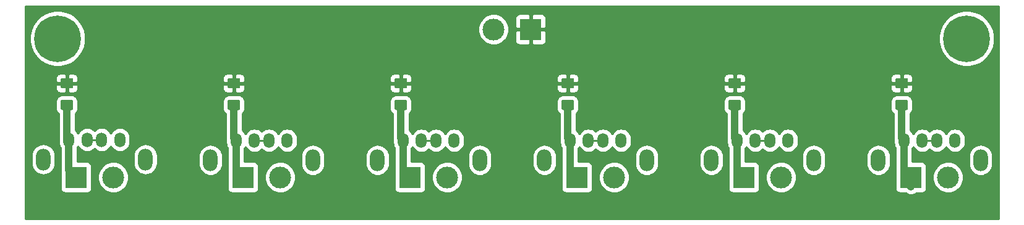
<source format=gbr>
G04 #@! TF.GenerationSoftware,KiCad,Pcbnew,5.1.6*
G04 #@! TF.CreationDate,2020-05-20T11:34:48+02:00*
G04 #@! TF.ProjectId,5V_power_dist,35565f70-6f77-4657-925f-646973742e6b,rev?*
G04 #@! TF.SameCoordinates,Original*
G04 #@! TF.FileFunction,Copper,L1,Top*
G04 #@! TF.FilePolarity,Positive*
%FSLAX46Y46*%
G04 Gerber Fmt 4.6, Leading zero omitted, Abs format (unit mm)*
G04 Created by KiCad (PCBNEW 5.1.6) date 2020-05-20 11:34:48*
%MOMM*%
%LPD*%
G01*
G04 APERTURE LIST*
G04 #@! TA.AperFunction,ComponentPad*
%ADD10C,0.800000*%
G04 #@! TD*
G04 #@! TA.AperFunction,ComponentPad*
%ADD11C,6.400000*%
G04 #@! TD*
G04 #@! TA.AperFunction,ComponentPad*
%ADD12C,3.000000*%
G04 #@! TD*
G04 #@! TA.AperFunction,ComponentPad*
%ADD13R,3.000000X3.000000*%
G04 #@! TD*
G04 #@! TA.AperFunction,ComponentPad*
%ADD14O,1.524000X2.000000*%
G04 #@! TD*
G04 #@! TA.AperFunction,ComponentPad*
%ADD15O,2.000000X3.000000*%
G04 #@! TD*
G04 #@! TA.AperFunction,Conductor*
%ADD16C,1.000000*%
G04 #@! TD*
G04 #@! TA.AperFunction,Conductor*
%ADD17C,0.250000*%
G04 #@! TD*
G04 #@! TA.AperFunction,Conductor*
%ADD18C,0.254000*%
G04 #@! TD*
G04 APERTURE END LIST*
D10*
X220137056Y-74502944D03*
X218440000Y-73800000D03*
X216742944Y-74502944D03*
X216040000Y-76200000D03*
X216742944Y-77897056D03*
X218440000Y-78600000D03*
X220137056Y-77897056D03*
X220840000Y-76200000D03*
D11*
X218440000Y-76200000D03*
D10*
X95677056Y-74502944D03*
X93980000Y-73800000D03*
X92282944Y-74502944D03*
X91580000Y-76200000D03*
X92282944Y-77897056D03*
X93980000Y-78600000D03*
X95677056Y-77897056D03*
X96380000Y-76200000D03*
D11*
X93980000Y-76200000D03*
D12*
X153670000Y-74930000D03*
D13*
X158750000Y-74930000D03*
D12*
X124460000Y-95250000D03*
D13*
X119380000Y-95250000D03*
D12*
X170180000Y-95250000D03*
D13*
X165100000Y-95250000D03*
D12*
X215900000Y-95250000D03*
D13*
X210820000Y-95250000D03*
D14*
X118420000Y-90170000D03*
X120920000Y-90170000D03*
X122920000Y-90170000D03*
X125420000Y-90170000D03*
D15*
X114920000Y-92880000D03*
X128920000Y-92880000D03*
D14*
X164140000Y-90170000D03*
X166640000Y-90170000D03*
X168640000Y-90170000D03*
X171140000Y-90170000D03*
D15*
X160640000Y-92880000D03*
X174640000Y-92880000D03*
D14*
X209860000Y-90170000D03*
X212360000Y-90170000D03*
X214360000Y-90170000D03*
X216860000Y-90170000D03*
D15*
X206360000Y-92880000D03*
X220360000Y-92880000D03*
D12*
X147320000Y-95250000D03*
D13*
X142240000Y-95250000D03*
D12*
X193040000Y-95250000D03*
D13*
X187960000Y-95250000D03*
D14*
X141280000Y-90170000D03*
X143780000Y-90170000D03*
X145780000Y-90170000D03*
X148280000Y-90170000D03*
D15*
X137780000Y-92880000D03*
X151780000Y-92880000D03*
D14*
X187000000Y-90170000D03*
X189500000Y-90170000D03*
X191500000Y-90170000D03*
X194000000Y-90170000D03*
D15*
X183500000Y-92880000D03*
X197500000Y-92880000D03*
G04 #@! TA.AperFunction,SMDPad,CuDef*
G36*
G01*
X117485000Y-84595000D02*
X118735000Y-84595000D01*
G75*
G02*
X118985000Y-84845000I0J-250000D01*
G01*
X118985000Y-85770000D01*
G75*
G02*
X118735000Y-86020000I-250000J0D01*
G01*
X117485000Y-86020000D01*
G75*
G02*
X117235000Y-85770000I0J250000D01*
G01*
X117235000Y-84845000D01*
G75*
G02*
X117485000Y-84595000I250000J0D01*
G01*
G37*
G04 #@! TD.AperFunction*
G04 #@! TA.AperFunction,SMDPad,CuDef*
G36*
G01*
X117485000Y-81620000D02*
X118735000Y-81620000D01*
G75*
G02*
X118985000Y-81870000I0J-250000D01*
G01*
X118985000Y-82795000D01*
G75*
G02*
X118735000Y-83045000I-250000J0D01*
G01*
X117485000Y-83045000D01*
G75*
G02*
X117235000Y-82795000I0J250000D01*
G01*
X117235000Y-81870000D01*
G75*
G02*
X117485000Y-81620000I250000J0D01*
G01*
G37*
G04 #@! TD.AperFunction*
G04 #@! TA.AperFunction,SMDPad,CuDef*
G36*
G01*
X163205000Y-84595000D02*
X164455000Y-84595000D01*
G75*
G02*
X164705000Y-84845000I0J-250000D01*
G01*
X164705000Y-85770000D01*
G75*
G02*
X164455000Y-86020000I-250000J0D01*
G01*
X163205000Y-86020000D01*
G75*
G02*
X162955000Y-85770000I0J250000D01*
G01*
X162955000Y-84845000D01*
G75*
G02*
X163205000Y-84595000I250000J0D01*
G01*
G37*
G04 #@! TD.AperFunction*
G04 #@! TA.AperFunction,SMDPad,CuDef*
G36*
G01*
X163205000Y-81620000D02*
X164455000Y-81620000D01*
G75*
G02*
X164705000Y-81870000I0J-250000D01*
G01*
X164705000Y-82795000D01*
G75*
G02*
X164455000Y-83045000I-250000J0D01*
G01*
X163205000Y-83045000D01*
G75*
G02*
X162955000Y-82795000I0J250000D01*
G01*
X162955000Y-81870000D01*
G75*
G02*
X163205000Y-81620000I250000J0D01*
G01*
G37*
G04 #@! TD.AperFunction*
G04 #@! TA.AperFunction,SMDPad,CuDef*
G36*
G01*
X208925000Y-84595000D02*
X210175000Y-84595000D01*
G75*
G02*
X210425000Y-84845000I0J-250000D01*
G01*
X210425000Y-85770000D01*
G75*
G02*
X210175000Y-86020000I-250000J0D01*
G01*
X208925000Y-86020000D01*
G75*
G02*
X208675000Y-85770000I0J250000D01*
G01*
X208675000Y-84845000D01*
G75*
G02*
X208925000Y-84595000I250000J0D01*
G01*
G37*
G04 #@! TD.AperFunction*
G04 #@! TA.AperFunction,SMDPad,CuDef*
G36*
G01*
X208925000Y-81620000D02*
X210175000Y-81620000D01*
G75*
G02*
X210425000Y-81870000I0J-250000D01*
G01*
X210425000Y-82795000D01*
G75*
G02*
X210175000Y-83045000I-250000J0D01*
G01*
X208925000Y-83045000D01*
G75*
G02*
X208675000Y-82795000I0J250000D01*
G01*
X208675000Y-81870000D01*
G75*
G02*
X208925000Y-81620000I250000J0D01*
G01*
G37*
G04 #@! TD.AperFunction*
G04 #@! TA.AperFunction,SMDPad,CuDef*
G36*
G01*
X140345000Y-84595000D02*
X141595000Y-84595000D01*
G75*
G02*
X141845000Y-84845000I0J-250000D01*
G01*
X141845000Y-85770000D01*
G75*
G02*
X141595000Y-86020000I-250000J0D01*
G01*
X140345000Y-86020000D01*
G75*
G02*
X140095000Y-85770000I0J250000D01*
G01*
X140095000Y-84845000D01*
G75*
G02*
X140345000Y-84595000I250000J0D01*
G01*
G37*
G04 #@! TD.AperFunction*
G04 #@! TA.AperFunction,SMDPad,CuDef*
G36*
G01*
X140345000Y-81620000D02*
X141595000Y-81620000D01*
G75*
G02*
X141845000Y-81870000I0J-250000D01*
G01*
X141845000Y-82795000D01*
G75*
G02*
X141595000Y-83045000I-250000J0D01*
G01*
X140345000Y-83045000D01*
G75*
G02*
X140095000Y-82795000I0J250000D01*
G01*
X140095000Y-81870000D01*
G75*
G02*
X140345000Y-81620000I250000J0D01*
G01*
G37*
G04 #@! TD.AperFunction*
G04 #@! TA.AperFunction,SMDPad,CuDef*
G36*
G01*
X186065000Y-84595000D02*
X187315000Y-84595000D01*
G75*
G02*
X187565000Y-84845000I0J-250000D01*
G01*
X187565000Y-85770000D01*
G75*
G02*
X187315000Y-86020000I-250000J0D01*
G01*
X186065000Y-86020000D01*
G75*
G02*
X185815000Y-85770000I0J250000D01*
G01*
X185815000Y-84845000D01*
G75*
G02*
X186065000Y-84595000I250000J0D01*
G01*
G37*
G04 #@! TD.AperFunction*
G04 #@! TA.AperFunction,SMDPad,CuDef*
G36*
G01*
X186065000Y-81620000D02*
X187315000Y-81620000D01*
G75*
G02*
X187565000Y-81870000I0J-250000D01*
G01*
X187565000Y-82795000D01*
G75*
G02*
X187315000Y-83045000I-250000J0D01*
G01*
X186065000Y-83045000D01*
G75*
G02*
X185815000Y-82795000I0J250000D01*
G01*
X185815000Y-81870000D01*
G75*
G02*
X186065000Y-81620000I250000J0D01*
G01*
G37*
G04 #@! TD.AperFunction*
D12*
X101600000Y-95250000D03*
D13*
X96520000Y-95250000D03*
D14*
X95514999Y-90080000D03*
X98014999Y-90080000D03*
X100014999Y-90080000D03*
X102514999Y-90080000D03*
D15*
X92014999Y-92790000D03*
X106014999Y-92790000D03*
G04 #@! TA.AperFunction,SMDPad,CuDef*
G36*
G01*
X94625000Y-84595000D02*
X95875000Y-84595000D01*
G75*
G02*
X96125000Y-84845000I0J-250000D01*
G01*
X96125000Y-85770000D01*
G75*
G02*
X95875000Y-86020000I-250000J0D01*
G01*
X94625000Y-86020000D01*
G75*
G02*
X94375000Y-85770000I0J250000D01*
G01*
X94375000Y-84845000D01*
G75*
G02*
X94625000Y-84595000I250000J0D01*
G01*
G37*
G04 #@! TD.AperFunction*
G04 #@! TA.AperFunction,SMDPad,CuDef*
G36*
G01*
X94625000Y-81620000D02*
X95875000Y-81620000D01*
G75*
G02*
X96125000Y-81870000I0J-250000D01*
G01*
X96125000Y-82795000D01*
G75*
G02*
X95875000Y-83045000I-250000J0D01*
G01*
X94625000Y-83045000D01*
G75*
G02*
X94375000Y-82795000I0J250000D01*
G01*
X94375000Y-81870000D01*
G75*
G02*
X94625000Y-81620000I250000J0D01*
G01*
G37*
G04 #@! TD.AperFunction*
D16*
X95250000Y-89815001D02*
X95514999Y-90080000D01*
X95250000Y-85307500D02*
X95250000Y-89815001D01*
X95514999Y-94244999D02*
X96520000Y-95250000D01*
X95514999Y-90080000D02*
X95514999Y-94244999D01*
D17*
X98014999Y-90080000D02*
X100014999Y-90080000D01*
D16*
X118110000Y-89860000D02*
X118420000Y-90170000D01*
X118110000Y-85307500D02*
X118110000Y-89860000D01*
X118420000Y-94290000D02*
X119380000Y-95250000D01*
X118420000Y-90170000D02*
X118420000Y-94290000D01*
X140970000Y-89860000D02*
X141280000Y-90170000D01*
X140970000Y-85307500D02*
X140970000Y-89860000D01*
X141280000Y-94290000D02*
X142240000Y-95250000D01*
X141280000Y-90170000D02*
X141280000Y-94290000D01*
X163830000Y-89860000D02*
X164140000Y-90170000D01*
X163830000Y-85307500D02*
X163830000Y-89860000D01*
X164140000Y-94290000D02*
X165100000Y-95250000D01*
X164140000Y-90170000D02*
X164140000Y-94290000D01*
X186690000Y-89860000D02*
X187000000Y-90170000D01*
X186690000Y-85307500D02*
X186690000Y-89860000D01*
X187000000Y-94290000D02*
X187960000Y-95250000D01*
X187000000Y-90170000D02*
X187000000Y-94290000D01*
X209550000Y-89860000D02*
X209860000Y-90170000D01*
X209550000Y-85307500D02*
X209550000Y-89860000D01*
X209860000Y-95560000D02*
X210820000Y-96520000D01*
X209860000Y-94290000D02*
X210820000Y-95250000D01*
X209860000Y-90170000D02*
X209860000Y-94290000D01*
D17*
X120920000Y-90170000D02*
X122920000Y-90170000D01*
X168640000Y-90170000D02*
X166640000Y-90170000D01*
X191500000Y-90170000D02*
X189500000Y-90170000D01*
X143780000Y-90170000D02*
X145780000Y-90170000D01*
X214360000Y-90170000D02*
X212360000Y-90170000D01*
D18*
G36*
X222860000Y-100940000D02*
G01*
X89560000Y-100940000D01*
X89560000Y-92209679D01*
X90379999Y-92209679D01*
X90379999Y-93370322D01*
X90403656Y-93610516D01*
X90497147Y-93918715D01*
X90648969Y-94202752D01*
X90853286Y-94451714D01*
X91102248Y-94656031D01*
X91386285Y-94807852D01*
X91694484Y-94901343D01*
X92014999Y-94932911D01*
X92335515Y-94901343D01*
X92643714Y-94807852D01*
X92927751Y-94656031D01*
X93176713Y-94451714D01*
X93381030Y-94202752D01*
X93532851Y-93918715D01*
X93626342Y-93610516D01*
X93649999Y-93370322D01*
X93649999Y-92209678D01*
X93626342Y-91969484D01*
X93532851Y-91661285D01*
X93381030Y-91377248D01*
X93176713Y-91128286D01*
X92927750Y-90923969D01*
X92643713Y-90772148D01*
X92335514Y-90678657D01*
X92014999Y-90647089D01*
X91694483Y-90678657D01*
X91386284Y-90772148D01*
X91102247Y-90923969D01*
X90853285Y-91128286D01*
X90648968Y-91377249D01*
X90497147Y-91661286D01*
X90403656Y-91969485D01*
X90379999Y-92209679D01*
X89560000Y-92209679D01*
X89560000Y-84845000D01*
X93736928Y-84845000D01*
X93736928Y-85770000D01*
X93753992Y-85943254D01*
X93804528Y-86109850D01*
X93886595Y-86263386D01*
X93997038Y-86397962D01*
X94115000Y-86494771D01*
X94115001Y-89759240D01*
X94109509Y-89815001D01*
X94117999Y-89901202D01*
X94117999Y-90386625D01*
X94138213Y-90591860D01*
X94218095Y-90855195D01*
X94347816Y-91097887D01*
X94379999Y-91137102D01*
X94380000Y-94189238D01*
X94374508Y-94244999D01*
X94381928Y-94320336D01*
X94381928Y-96750000D01*
X94394188Y-96874482D01*
X94430498Y-96994180D01*
X94489463Y-97104494D01*
X94568815Y-97201185D01*
X94665506Y-97280537D01*
X94775820Y-97339502D01*
X94895518Y-97375812D01*
X95020000Y-97388072D01*
X98020000Y-97388072D01*
X98144482Y-97375812D01*
X98264180Y-97339502D01*
X98374494Y-97280537D01*
X98471185Y-97201185D01*
X98550537Y-97104494D01*
X98609502Y-96994180D01*
X98645812Y-96874482D01*
X98658072Y-96750000D01*
X98658072Y-95039721D01*
X99465000Y-95039721D01*
X99465000Y-95460279D01*
X99547047Y-95872756D01*
X99707988Y-96261302D01*
X99941637Y-96610983D01*
X100239017Y-96908363D01*
X100588698Y-97142012D01*
X100977244Y-97302953D01*
X101389721Y-97385000D01*
X101810279Y-97385000D01*
X102222756Y-97302953D01*
X102611302Y-97142012D01*
X102960983Y-96908363D01*
X103258363Y-96610983D01*
X103492012Y-96261302D01*
X103652953Y-95872756D01*
X103735000Y-95460279D01*
X103735000Y-95039721D01*
X103652953Y-94627244D01*
X103492012Y-94238698D01*
X103258363Y-93889017D01*
X102960983Y-93591637D01*
X102611302Y-93357988D01*
X102222756Y-93197047D01*
X101810279Y-93115000D01*
X101389721Y-93115000D01*
X100977244Y-93197047D01*
X100588698Y-93357988D01*
X100239017Y-93591637D01*
X99941637Y-93889017D01*
X99707988Y-94238698D01*
X99547047Y-94627244D01*
X99465000Y-95039721D01*
X98658072Y-95039721D01*
X98658072Y-93750000D01*
X98645812Y-93625518D01*
X98609502Y-93505820D01*
X98550537Y-93395506D01*
X98471185Y-93298815D01*
X98374494Y-93219463D01*
X98264180Y-93160498D01*
X98144482Y-93124188D01*
X98020000Y-93111928D01*
X96649999Y-93111928D01*
X96649999Y-92209679D01*
X104379999Y-92209679D01*
X104379999Y-93370322D01*
X104403656Y-93610516D01*
X104497147Y-93918715D01*
X104648969Y-94202752D01*
X104853286Y-94451714D01*
X105102248Y-94656031D01*
X105386285Y-94807852D01*
X105694484Y-94901343D01*
X106014999Y-94932911D01*
X106335515Y-94901343D01*
X106643714Y-94807852D01*
X106927751Y-94656031D01*
X107176713Y-94451714D01*
X107381030Y-94202752D01*
X107532851Y-93918715D01*
X107626342Y-93610516D01*
X107649999Y-93370322D01*
X107649999Y-92299679D01*
X113285000Y-92299679D01*
X113285000Y-93460322D01*
X113308657Y-93700516D01*
X113402148Y-94008715D01*
X113553970Y-94292752D01*
X113758287Y-94541714D01*
X114007249Y-94746031D01*
X114291286Y-94897852D01*
X114599485Y-94991343D01*
X114920000Y-95022911D01*
X115240516Y-94991343D01*
X115548715Y-94897852D01*
X115832752Y-94746031D01*
X116081714Y-94541714D01*
X116286031Y-94292752D01*
X116437852Y-94008715D01*
X116531343Y-93700516D01*
X116555000Y-93460322D01*
X116555000Y-92299678D01*
X116531343Y-92059484D01*
X116437852Y-91751285D01*
X116286031Y-91467248D01*
X116081714Y-91218286D01*
X115832751Y-91013969D01*
X115548714Y-90862148D01*
X115240515Y-90768657D01*
X114920000Y-90737089D01*
X114599484Y-90768657D01*
X114291285Y-90862148D01*
X114007248Y-91013969D01*
X113758286Y-91218286D01*
X113553969Y-91467249D01*
X113402148Y-91751286D01*
X113308657Y-92059485D01*
X113285000Y-92299679D01*
X107649999Y-92299679D01*
X107649999Y-92209678D01*
X107626342Y-91969484D01*
X107532851Y-91661285D01*
X107381030Y-91377248D01*
X107176713Y-91128286D01*
X106927750Y-90923969D01*
X106643713Y-90772148D01*
X106335514Y-90678657D01*
X106014999Y-90647089D01*
X105694483Y-90678657D01*
X105386284Y-90772148D01*
X105102247Y-90923969D01*
X104853285Y-91128286D01*
X104648968Y-91377249D01*
X104497147Y-91661286D01*
X104403656Y-91969485D01*
X104379999Y-92209679D01*
X96649999Y-92209679D01*
X96649999Y-91137102D01*
X96682182Y-91097887D01*
X96764999Y-90942946D01*
X96847816Y-91097887D01*
X97022392Y-91310608D01*
X97235113Y-91485183D01*
X97477805Y-91614904D01*
X97741140Y-91694786D01*
X98014999Y-91721759D01*
X98288859Y-91694786D01*
X98552194Y-91614904D01*
X98794886Y-91485183D01*
X99007607Y-91310608D01*
X99014999Y-91301600D01*
X99022392Y-91310608D01*
X99235113Y-91485183D01*
X99477805Y-91614904D01*
X99741140Y-91694786D01*
X100014999Y-91721759D01*
X100288859Y-91694786D01*
X100552194Y-91614904D01*
X100794886Y-91485183D01*
X101007607Y-91310608D01*
X101182182Y-91097887D01*
X101264999Y-90942946D01*
X101347816Y-91097887D01*
X101522392Y-91310608D01*
X101735113Y-91485183D01*
X101977805Y-91614904D01*
X102241140Y-91694786D01*
X102514999Y-91721759D01*
X102788859Y-91694786D01*
X103052194Y-91614904D01*
X103294886Y-91485183D01*
X103507607Y-91310608D01*
X103682182Y-91097887D01*
X103811903Y-90855194D01*
X103891785Y-90591859D01*
X103911999Y-90386624D01*
X103911999Y-89773375D01*
X103891785Y-89568140D01*
X103811903Y-89304805D01*
X103682182Y-89062113D01*
X103507606Y-88849392D01*
X103294885Y-88674817D01*
X103052193Y-88545096D01*
X102788858Y-88465214D01*
X102514999Y-88438241D01*
X102241139Y-88465214D01*
X101977804Y-88545096D01*
X101735112Y-88674817D01*
X101522391Y-88849393D01*
X101347816Y-89062114D01*
X101264999Y-89217054D01*
X101182182Y-89062113D01*
X101007606Y-88849392D01*
X100794885Y-88674817D01*
X100552193Y-88545096D01*
X100288858Y-88465214D01*
X100014999Y-88438241D01*
X99741139Y-88465214D01*
X99477804Y-88545096D01*
X99235112Y-88674817D01*
X99022391Y-88849393D01*
X99014999Y-88858400D01*
X99007606Y-88849392D01*
X98794885Y-88674817D01*
X98552193Y-88545096D01*
X98288858Y-88465214D01*
X98014999Y-88438241D01*
X97741139Y-88465214D01*
X97477804Y-88545096D01*
X97235112Y-88674817D01*
X97022391Y-88849393D01*
X96847816Y-89062114D01*
X96764999Y-89217054D01*
X96682182Y-89062113D01*
X96507606Y-88849392D01*
X96385000Y-88748772D01*
X96385000Y-86494770D01*
X96502962Y-86397962D01*
X96613405Y-86263386D01*
X96695472Y-86109850D01*
X96746008Y-85943254D01*
X96763072Y-85770000D01*
X96763072Y-84845000D01*
X116596928Y-84845000D01*
X116596928Y-85770000D01*
X116613992Y-85943254D01*
X116664528Y-86109850D01*
X116746595Y-86263386D01*
X116857038Y-86397962D01*
X116975000Y-86494771D01*
X116975001Y-89804239D01*
X116969509Y-89860000D01*
X116991423Y-90082498D01*
X117023000Y-90186592D01*
X117023000Y-90476625D01*
X117043214Y-90681860D01*
X117123096Y-90945195D01*
X117252817Y-91187887D01*
X117285000Y-91227102D01*
X117285001Y-93523942D01*
X117254188Y-93625518D01*
X117241928Y-93750000D01*
X117241928Y-96750000D01*
X117254188Y-96874482D01*
X117290498Y-96994180D01*
X117349463Y-97104494D01*
X117428815Y-97201185D01*
X117525506Y-97280537D01*
X117635820Y-97339502D01*
X117755518Y-97375812D01*
X117880000Y-97388072D01*
X120880000Y-97388072D01*
X121004482Y-97375812D01*
X121124180Y-97339502D01*
X121234494Y-97280537D01*
X121331185Y-97201185D01*
X121410537Y-97104494D01*
X121469502Y-96994180D01*
X121505812Y-96874482D01*
X121518072Y-96750000D01*
X121518072Y-95039721D01*
X122325000Y-95039721D01*
X122325000Y-95460279D01*
X122407047Y-95872756D01*
X122567988Y-96261302D01*
X122801637Y-96610983D01*
X123099017Y-96908363D01*
X123448698Y-97142012D01*
X123837244Y-97302953D01*
X124249721Y-97385000D01*
X124670279Y-97385000D01*
X125082756Y-97302953D01*
X125471302Y-97142012D01*
X125820983Y-96908363D01*
X126118363Y-96610983D01*
X126352012Y-96261302D01*
X126512953Y-95872756D01*
X126595000Y-95460279D01*
X126595000Y-95039721D01*
X126512953Y-94627244D01*
X126352012Y-94238698D01*
X126118363Y-93889017D01*
X125820983Y-93591637D01*
X125471302Y-93357988D01*
X125082756Y-93197047D01*
X124670279Y-93115000D01*
X124249721Y-93115000D01*
X123837244Y-93197047D01*
X123448698Y-93357988D01*
X123099017Y-93591637D01*
X122801637Y-93889017D01*
X122567988Y-94238698D01*
X122407047Y-94627244D01*
X122325000Y-95039721D01*
X121518072Y-95039721D01*
X121518072Y-93750000D01*
X121505812Y-93625518D01*
X121469502Y-93505820D01*
X121410537Y-93395506D01*
X121331185Y-93298815D01*
X121234494Y-93219463D01*
X121124180Y-93160498D01*
X121004482Y-93124188D01*
X120880000Y-93111928D01*
X119555000Y-93111928D01*
X119555000Y-92299679D01*
X127285000Y-92299679D01*
X127285000Y-93460322D01*
X127308657Y-93700516D01*
X127402148Y-94008715D01*
X127553970Y-94292752D01*
X127758287Y-94541714D01*
X128007249Y-94746031D01*
X128291286Y-94897852D01*
X128599485Y-94991343D01*
X128920000Y-95022911D01*
X129240516Y-94991343D01*
X129548715Y-94897852D01*
X129832752Y-94746031D01*
X130081714Y-94541714D01*
X130286031Y-94292752D01*
X130437852Y-94008715D01*
X130531343Y-93700516D01*
X130555000Y-93460322D01*
X130555000Y-92299679D01*
X136145000Y-92299679D01*
X136145000Y-93460322D01*
X136168657Y-93700516D01*
X136262148Y-94008715D01*
X136413970Y-94292752D01*
X136618287Y-94541714D01*
X136867249Y-94746031D01*
X137151286Y-94897852D01*
X137459485Y-94991343D01*
X137780000Y-95022911D01*
X138100516Y-94991343D01*
X138408715Y-94897852D01*
X138692752Y-94746031D01*
X138941714Y-94541714D01*
X139146031Y-94292752D01*
X139297852Y-94008715D01*
X139391343Y-93700516D01*
X139415000Y-93460322D01*
X139415000Y-92299678D01*
X139391343Y-92059484D01*
X139297852Y-91751285D01*
X139146031Y-91467248D01*
X138941714Y-91218286D01*
X138692751Y-91013969D01*
X138408714Y-90862148D01*
X138100515Y-90768657D01*
X137780000Y-90737089D01*
X137459484Y-90768657D01*
X137151285Y-90862148D01*
X136867248Y-91013969D01*
X136618286Y-91218286D01*
X136413969Y-91467249D01*
X136262148Y-91751286D01*
X136168657Y-92059485D01*
X136145000Y-92299679D01*
X130555000Y-92299679D01*
X130555000Y-92299678D01*
X130531343Y-92059484D01*
X130437852Y-91751285D01*
X130286031Y-91467248D01*
X130081714Y-91218286D01*
X129832751Y-91013969D01*
X129548714Y-90862148D01*
X129240515Y-90768657D01*
X128920000Y-90737089D01*
X128599484Y-90768657D01*
X128291285Y-90862148D01*
X128007248Y-91013969D01*
X127758286Y-91218286D01*
X127553969Y-91467249D01*
X127402148Y-91751286D01*
X127308657Y-92059485D01*
X127285000Y-92299679D01*
X119555000Y-92299679D01*
X119555000Y-91227102D01*
X119587183Y-91187887D01*
X119670000Y-91032946D01*
X119752817Y-91187887D01*
X119927393Y-91400608D01*
X120140114Y-91575183D01*
X120382806Y-91704904D01*
X120646141Y-91784786D01*
X120920000Y-91811759D01*
X121193860Y-91784786D01*
X121457195Y-91704904D01*
X121699887Y-91575183D01*
X121912608Y-91400608D01*
X121920000Y-91391600D01*
X121927393Y-91400608D01*
X122140114Y-91575183D01*
X122382806Y-91704904D01*
X122646141Y-91784786D01*
X122920000Y-91811759D01*
X123193860Y-91784786D01*
X123457195Y-91704904D01*
X123699887Y-91575183D01*
X123912608Y-91400608D01*
X124087183Y-91187887D01*
X124170000Y-91032946D01*
X124252817Y-91187887D01*
X124427393Y-91400608D01*
X124640114Y-91575183D01*
X124882806Y-91704904D01*
X125146141Y-91784786D01*
X125420000Y-91811759D01*
X125693860Y-91784786D01*
X125957195Y-91704904D01*
X126199887Y-91575183D01*
X126412608Y-91400608D01*
X126587183Y-91187887D01*
X126716904Y-90945194D01*
X126796786Y-90681859D01*
X126817000Y-90476624D01*
X126817000Y-89863375D01*
X126796786Y-89658140D01*
X126716904Y-89394805D01*
X126587183Y-89152113D01*
X126412607Y-88939392D01*
X126199886Y-88764817D01*
X125957194Y-88635096D01*
X125693859Y-88555214D01*
X125420000Y-88528241D01*
X125146140Y-88555214D01*
X124882805Y-88635096D01*
X124640113Y-88764817D01*
X124427392Y-88939393D01*
X124252817Y-89152114D01*
X124170000Y-89307054D01*
X124087183Y-89152113D01*
X123912607Y-88939392D01*
X123699886Y-88764817D01*
X123457194Y-88635096D01*
X123193859Y-88555214D01*
X122920000Y-88528241D01*
X122646140Y-88555214D01*
X122382805Y-88635096D01*
X122140113Y-88764817D01*
X121927392Y-88939393D01*
X121920000Y-88948400D01*
X121912607Y-88939392D01*
X121699886Y-88764817D01*
X121457194Y-88635096D01*
X121193859Y-88555214D01*
X120920000Y-88528241D01*
X120646140Y-88555214D01*
X120382805Y-88635096D01*
X120140113Y-88764817D01*
X119927392Y-88939393D01*
X119752817Y-89152114D01*
X119670000Y-89307054D01*
X119587183Y-89152113D01*
X119412607Y-88939392D01*
X119245000Y-88801841D01*
X119245000Y-86494770D01*
X119362962Y-86397962D01*
X119473405Y-86263386D01*
X119555472Y-86109850D01*
X119606008Y-85943254D01*
X119623072Y-85770000D01*
X119623072Y-84845000D01*
X139456928Y-84845000D01*
X139456928Y-85770000D01*
X139473992Y-85943254D01*
X139524528Y-86109850D01*
X139606595Y-86263386D01*
X139717038Y-86397962D01*
X139835000Y-86494771D01*
X139835001Y-89804239D01*
X139829509Y-89860000D01*
X139851423Y-90082498D01*
X139883000Y-90186592D01*
X139883000Y-90476625D01*
X139903214Y-90681860D01*
X139983096Y-90945195D01*
X140112817Y-91187887D01*
X140145000Y-91227102D01*
X140145001Y-93523942D01*
X140114188Y-93625518D01*
X140101928Y-93750000D01*
X140101928Y-96750000D01*
X140114188Y-96874482D01*
X140150498Y-96994180D01*
X140209463Y-97104494D01*
X140288815Y-97201185D01*
X140385506Y-97280537D01*
X140495820Y-97339502D01*
X140615518Y-97375812D01*
X140740000Y-97388072D01*
X143740000Y-97388072D01*
X143864482Y-97375812D01*
X143984180Y-97339502D01*
X144094494Y-97280537D01*
X144191185Y-97201185D01*
X144270537Y-97104494D01*
X144329502Y-96994180D01*
X144365812Y-96874482D01*
X144378072Y-96750000D01*
X144378072Y-95039721D01*
X145185000Y-95039721D01*
X145185000Y-95460279D01*
X145267047Y-95872756D01*
X145427988Y-96261302D01*
X145661637Y-96610983D01*
X145959017Y-96908363D01*
X146308698Y-97142012D01*
X146697244Y-97302953D01*
X147109721Y-97385000D01*
X147530279Y-97385000D01*
X147942756Y-97302953D01*
X148331302Y-97142012D01*
X148680983Y-96908363D01*
X148978363Y-96610983D01*
X149212012Y-96261302D01*
X149372953Y-95872756D01*
X149455000Y-95460279D01*
X149455000Y-95039721D01*
X149372953Y-94627244D01*
X149212012Y-94238698D01*
X148978363Y-93889017D01*
X148680983Y-93591637D01*
X148331302Y-93357988D01*
X147942756Y-93197047D01*
X147530279Y-93115000D01*
X147109721Y-93115000D01*
X146697244Y-93197047D01*
X146308698Y-93357988D01*
X145959017Y-93591637D01*
X145661637Y-93889017D01*
X145427988Y-94238698D01*
X145267047Y-94627244D01*
X145185000Y-95039721D01*
X144378072Y-95039721D01*
X144378072Y-93750000D01*
X144365812Y-93625518D01*
X144329502Y-93505820D01*
X144270537Y-93395506D01*
X144191185Y-93298815D01*
X144094494Y-93219463D01*
X143984180Y-93160498D01*
X143864482Y-93124188D01*
X143740000Y-93111928D01*
X142415000Y-93111928D01*
X142415000Y-92299679D01*
X150145000Y-92299679D01*
X150145000Y-93460322D01*
X150168657Y-93700516D01*
X150262148Y-94008715D01*
X150413970Y-94292752D01*
X150618287Y-94541714D01*
X150867249Y-94746031D01*
X151151286Y-94897852D01*
X151459485Y-94991343D01*
X151780000Y-95022911D01*
X152100516Y-94991343D01*
X152408715Y-94897852D01*
X152692752Y-94746031D01*
X152941714Y-94541714D01*
X153146031Y-94292752D01*
X153297852Y-94008715D01*
X153391343Y-93700516D01*
X153415000Y-93460322D01*
X153415000Y-92299679D01*
X159005000Y-92299679D01*
X159005000Y-93460322D01*
X159028657Y-93700516D01*
X159122148Y-94008715D01*
X159273970Y-94292752D01*
X159478287Y-94541714D01*
X159727249Y-94746031D01*
X160011286Y-94897852D01*
X160319485Y-94991343D01*
X160640000Y-95022911D01*
X160960516Y-94991343D01*
X161268715Y-94897852D01*
X161552752Y-94746031D01*
X161801714Y-94541714D01*
X162006031Y-94292752D01*
X162157852Y-94008715D01*
X162251343Y-93700516D01*
X162275000Y-93460322D01*
X162275000Y-92299678D01*
X162251343Y-92059484D01*
X162157852Y-91751285D01*
X162006031Y-91467248D01*
X161801714Y-91218286D01*
X161552751Y-91013969D01*
X161268714Y-90862148D01*
X160960515Y-90768657D01*
X160640000Y-90737089D01*
X160319484Y-90768657D01*
X160011285Y-90862148D01*
X159727248Y-91013969D01*
X159478286Y-91218286D01*
X159273969Y-91467249D01*
X159122148Y-91751286D01*
X159028657Y-92059485D01*
X159005000Y-92299679D01*
X153415000Y-92299679D01*
X153415000Y-92299678D01*
X153391343Y-92059484D01*
X153297852Y-91751285D01*
X153146031Y-91467248D01*
X152941714Y-91218286D01*
X152692751Y-91013969D01*
X152408714Y-90862148D01*
X152100515Y-90768657D01*
X151780000Y-90737089D01*
X151459484Y-90768657D01*
X151151285Y-90862148D01*
X150867248Y-91013969D01*
X150618286Y-91218286D01*
X150413969Y-91467249D01*
X150262148Y-91751286D01*
X150168657Y-92059485D01*
X150145000Y-92299679D01*
X142415000Y-92299679D01*
X142415000Y-91227102D01*
X142447183Y-91187887D01*
X142530000Y-91032946D01*
X142612817Y-91187887D01*
X142787393Y-91400608D01*
X143000114Y-91575183D01*
X143242806Y-91704904D01*
X143506141Y-91784786D01*
X143780000Y-91811759D01*
X144053860Y-91784786D01*
X144317195Y-91704904D01*
X144559887Y-91575183D01*
X144772608Y-91400608D01*
X144780000Y-91391600D01*
X144787393Y-91400608D01*
X145000114Y-91575183D01*
X145242806Y-91704904D01*
X145506141Y-91784786D01*
X145780000Y-91811759D01*
X146053860Y-91784786D01*
X146317195Y-91704904D01*
X146559887Y-91575183D01*
X146772608Y-91400608D01*
X146947183Y-91187887D01*
X147030000Y-91032946D01*
X147112817Y-91187887D01*
X147287393Y-91400608D01*
X147500114Y-91575183D01*
X147742806Y-91704904D01*
X148006141Y-91784786D01*
X148280000Y-91811759D01*
X148553860Y-91784786D01*
X148817195Y-91704904D01*
X149059887Y-91575183D01*
X149272608Y-91400608D01*
X149447183Y-91187887D01*
X149576904Y-90945194D01*
X149656786Y-90681859D01*
X149677000Y-90476624D01*
X149677000Y-89863375D01*
X149656786Y-89658140D01*
X149576904Y-89394805D01*
X149447183Y-89152113D01*
X149272607Y-88939392D01*
X149059886Y-88764817D01*
X148817194Y-88635096D01*
X148553859Y-88555214D01*
X148280000Y-88528241D01*
X148006140Y-88555214D01*
X147742805Y-88635096D01*
X147500113Y-88764817D01*
X147287392Y-88939393D01*
X147112817Y-89152114D01*
X147030000Y-89307054D01*
X146947183Y-89152113D01*
X146772607Y-88939392D01*
X146559886Y-88764817D01*
X146317194Y-88635096D01*
X146053859Y-88555214D01*
X145780000Y-88528241D01*
X145506140Y-88555214D01*
X145242805Y-88635096D01*
X145000113Y-88764817D01*
X144787392Y-88939393D01*
X144780000Y-88948400D01*
X144772607Y-88939392D01*
X144559886Y-88764817D01*
X144317194Y-88635096D01*
X144053859Y-88555214D01*
X143780000Y-88528241D01*
X143506140Y-88555214D01*
X143242805Y-88635096D01*
X143000113Y-88764817D01*
X142787392Y-88939393D01*
X142612817Y-89152114D01*
X142530000Y-89307054D01*
X142447183Y-89152113D01*
X142272607Y-88939392D01*
X142105000Y-88801841D01*
X142105000Y-86494770D01*
X142222962Y-86397962D01*
X142333405Y-86263386D01*
X142415472Y-86109850D01*
X142466008Y-85943254D01*
X142483072Y-85770000D01*
X142483072Y-84845000D01*
X162316928Y-84845000D01*
X162316928Y-85770000D01*
X162333992Y-85943254D01*
X162384528Y-86109850D01*
X162466595Y-86263386D01*
X162577038Y-86397962D01*
X162695000Y-86494771D01*
X162695001Y-89804239D01*
X162689509Y-89860000D01*
X162711423Y-90082498D01*
X162743000Y-90186592D01*
X162743000Y-90476625D01*
X162763214Y-90681860D01*
X162843096Y-90945195D01*
X162972817Y-91187887D01*
X163005000Y-91227102D01*
X163005001Y-93523942D01*
X162974188Y-93625518D01*
X162961928Y-93750000D01*
X162961928Y-96750000D01*
X162974188Y-96874482D01*
X163010498Y-96994180D01*
X163069463Y-97104494D01*
X163148815Y-97201185D01*
X163245506Y-97280537D01*
X163355820Y-97339502D01*
X163475518Y-97375812D01*
X163600000Y-97388072D01*
X166600000Y-97388072D01*
X166724482Y-97375812D01*
X166844180Y-97339502D01*
X166954494Y-97280537D01*
X167051185Y-97201185D01*
X167130537Y-97104494D01*
X167189502Y-96994180D01*
X167225812Y-96874482D01*
X167238072Y-96750000D01*
X167238072Y-95039721D01*
X168045000Y-95039721D01*
X168045000Y-95460279D01*
X168127047Y-95872756D01*
X168287988Y-96261302D01*
X168521637Y-96610983D01*
X168819017Y-96908363D01*
X169168698Y-97142012D01*
X169557244Y-97302953D01*
X169969721Y-97385000D01*
X170390279Y-97385000D01*
X170802756Y-97302953D01*
X171191302Y-97142012D01*
X171540983Y-96908363D01*
X171838363Y-96610983D01*
X172072012Y-96261302D01*
X172232953Y-95872756D01*
X172315000Y-95460279D01*
X172315000Y-95039721D01*
X172232953Y-94627244D01*
X172072012Y-94238698D01*
X171838363Y-93889017D01*
X171540983Y-93591637D01*
X171191302Y-93357988D01*
X170802756Y-93197047D01*
X170390279Y-93115000D01*
X169969721Y-93115000D01*
X169557244Y-93197047D01*
X169168698Y-93357988D01*
X168819017Y-93591637D01*
X168521637Y-93889017D01*
X168287988Y-94238698D01*
X168127047Y-94627244D01*
X168045000Y-95039721D01*
X167238072Y-95039721D01*
X167238072Y-93750000D01*
X167225812Y-93625518D01*
X167189502Y-93505820D01*
X167130537Y-93395506D01*
X167051185Y-93298815D01*
X166954494Y-93219463D01*
X166844180Y-93160498D01*
X166724482Y-93124188D01*
X166600000Y-93111928D01*
X165275000Y-93111928D01*
X165275000Y-92299679D01*
X173005000Y-92299679D01*
X173005000Y-93460322D01*
X173028657Y-93700516D01*
X173122148Y-94008715D01*
X173273970Y-94292752D01*
X173478287Y-94541714D01*
X173727249Y-94746031D01*
X174011286Y-94897852D01*
X174319485Y-94991343D01*
X174640000Y-95022911D01*
X174960516Y-94991343D01*
X175268715Y-94897852D01*
X175552752Y-94746031D01*
X175801714Y-94541714D01*
X176006031Y-94292752D01*
X176157852Y-94008715D01*
X176251343Y-93700516D01*
X176275000Y-93460322D01*
X176275000Y-92299679D01*
X181865000Y-92299679D01*
X181865000Y-93460322D01*
X181888657Y-93700516D01*
X181982148Y-94008715D01*
X182133970Y-94292752D01*
X182338287Y-94541714D01*
X182587249Y-94746031D01*
X182871286Y-94897852D01*
X183179485Y-94991343D01*
X183500000Y-95022911D01*
X183820516Y-94991343D01*
X184128715Y-94897852D01*
X184412752Y-94746031D01*
X184661714Y-94541714D01*
X184866031Y-94292752D01*
X185017852Y-94008715D01*
X185111343Y-93700516D01*
X185135000Y-93460322D01*
X185135000Y-92299678D01*
X185111343Y-92059484D01*
X185017852Y-91751285D01*
X184866031Y-91467248D01*
X184661714Y-91218286D01*
X184412751Y-91013969D01*
X184128714Y-90862148D01*
X183820515Y-90768657D01*
X183500000Y-90737089D01*
X183179484Y-90768657D01*
X182871285Y-90862148D01*
X182587248Y-91013969D01*
X182338286Y-91218286D01*
X182133969Y-91467249D01*
X181982148Y-91751286D01*
X181888657Y-92059485D01*
X181865000Y-92299679D01*
X176275000Y-92299679D01*
X176275000Y-92299678D01*
X176251343Y-92059484D01*
X176157852Y-91751285D01*
X176006031Y-91467248D01*
X175801714Y-91218286D01*
X175552751Y-91013969D01*
X175268714Y-90862148D01*
X174960515Y-90768657D01*
X174640000Y-90737089D01*
X174319484Y-90768657D01*
X174011285Y-90862148D01*
X173727248Y-91013969D01*
X173478286Y-91218286D01*
X173273969Y-91467249D01*
X173122148Y-91751286D01*
X173028657Y-92059485D01*
X173005000Y-92299679D01*
X165275000Y-92299679D01*
X165275000Y-91227102D01*
X165307183Y-91187887D01*
X165390000Y-91032946D01*
X165472817Y-91187887D01*
X165647393Y-91400608D01*
X165860114Y-91575183D01*
X166102806Y-91704904D01*
X166366141Y-91784786D01*
X166640000Y-91811759D01*
X166913860Y-91784786D01*
X167177195Y-91704904D01*
X167419887Y-91575183D01*
X167632608Y-91400608D01*
X167640000Y-91391600D01*
X167647393Y-91400608D01*
X167860114Y-91575183D01*
X168102806Y-91704904D01*
X168366141Y-91784786D01*
X168640000Y-91811759D01*
X168913860Y-91784786D01*
X169177195Y-91704904D01*
X169419887Y-91575183D01*
X169632608Y-91400608D01*
X169807183Y-91187887D01*
X169890000Y-91032946D01*
X169972817Y-91187887D01*
X170147393Y-91400608D01*
X170360114Y-91575183D01*
X170602806Y-91704904D01*
X170866141Y-91784786D01*
X171140000Y-91811759D01*
X171413860Y-91784786D01*
X171677195Y-91704904D01*
X171919887Y-91575183D01*
X172132608Y-91400608D01*
X172307183Y-91187887D01*
X172436904Y-90945194D01*
X172516786Y-90681859D01*
X172537000Y-90476624D01*
X172537000Y-89863375D01*
X172516786Y-89658140D01*
X172436904Y-89394805D01*
X172307183Y-89152113D01*
X172132607Y-88939392D01*
X171919886Y-88764817D01*
X171677194Y-88635096D01*
X171413859Y-88555214D01*
X171140000Y-88528241D01*
X170866140Y-88555214D01*
X170602805Y-88635096D01*
X170360113Y-88764817D01*
X170147392Y-88939393D01*
X169972817Y-89152114D01*
X169890000Y-89307054D01*
X169807183Y-89152113D01*
X169632607Y-88939392D01*
X169419886Y-88764817D01*
X169177194Y-88635096D01*
X168913859Y-88555214D01*
X168640000Y-88528241D01*
X168366140Y-88555214D01*
X168102805Y-88635096D01*
X167860113Y-88764817D01*
X167647392Y-88939393D01*
X167640000Y-88948400D01*
X167632607Y-88939392D01*
X167419886Y-88764817D01*
X167177194Y-88635096D01*
X166913859Y-88555214D01*
X166640000Y-88528241D01*
X166366140Y-88555214D01*
X166102805Y-88635096D01*
X165860113Y-88764817D01*
X165647392Y-88939393D01*
X165472817Y-89152114D01*
X165390000Y-89307054D01*
X165307183Y-89152113D01*
X165132607Y-88939392D01*
X164965000Y-88801841D01*
X164965000Y-86494770D01*
X165082962Y-86397962D01*
X165193405Y-86263386D01*
X165275472Y-86109850D01*
X165326008Y-85943254D01*
X165343072Y-85770000D01*
X165343072Y-84845000D01*
X185176928Y-84845000D01*
X185176928Y-85770000D01*
X185193992Y-85943254D01*
X185244528Y-86109850D01*
X185326595Y-86263386D01*
X185437038Y-86397962D01*
X185555000Y-86494771D01*
X185555001Y-89804239D01*
X185549509Y-89860000D01*
X185571423Y-90082498D01*
X185603000Y-90186592D01*
X185603000Y-90476625D01*
X185623214Y-90681860D01*
X185703096Y-90945195D01*
X185832817Y-91187887D01*
X185865000Y-91227102D01*
X185865001Y-93523942D01*
X185834188Y-93625518D01*
X185821928Y-93750000D01*
X185821928Y-96750000D01*
X185834188Y-96874482D01*
X185870498Y-96994180D01*
X185929463Y-97104494D01*
X186008815Y-97201185D01*
X186105506Y-97280537D01*
X186215820Y-97339502D01*
X186335518Y-97375812D01*
X186460000Y-97388072D01*
X189460000Y-97388072D01*
X189584482Y-97375812D01*
X189704180Y-97339502D01*
X189814494Y-97280537D01*
X189911185Y-97201185D01*
X189990537Y-97104494D01*
X190049502Y-96994180D01*
X190085812Y-96874482D01*
X190098072Y-96750000D01*
X190098072Y-95039721D01*
X190905000Y-95039721D01*
X190905000Y-95460279D01*
X190987047Y-95872756D01*
X191147988Y-96261302D01*
X191381637Y-96610983D01*
X191679017Y-96908363D01*
X192028698Y-97142012D01*
X192417244Y-97302953D01*
X192829721Y-97385000D01*
X193250279Y-97385000D01*
X193662756Y-97302953D01*
X194051302Y-97142012D01*
X194400983Y-96908363D01*
X194698363Y-96610983D01*
X194932012Y-96261302D01*
X195092953Y-95872756D01*
X195175000Y-95460279D01*
X195175000Y-95039721D01*
X195092953Y-94627244D01*
X194932012Y-94238698D01*
X194698363Y-93889017D01*
X194400983Y-93591637D01*
X194051302Y-93357988D01*
X193662756Y-93197047D01*
X193250279Y-93115000D01*
X192829721Y-93115000D01*
X192417244Y-93197047D01*
X192028698Y-93357988D01*
X191679017Y-93591637D01*
X191381637Y-93889017D01*
X191147988Y-94238698D01*
X190987047Y-94627244D01*
X190905000Y-95039721D01*
X190098072Y-95039721D01*
X190098072Y-93750000D01*
X190085812Y-93625518D01*
X190049502Y-93505820D01*
X189990537Y-93395506D01*
X189911185Y-93298815D01*
X189814494Y-93219463D01*
X189704180Y-93160498D01*
X189584482Y-93124188D01*
X189460000Y-93111928D01*
X188135000Y-93111928D01*
X188135000Y-92299679D01*
X195865000Y-92299679D01*
X195865000Y-93460322D01*
X195888657Y-93700516D01*
X195982148Y-94008715D01*
X196133970Y-94292752D01*
X196338287Y-94541714D01*
X196587249Y-94746031D01*
X196871286Y-94897852D01*
X197179485Y-94991343D01*
X197500000Y-95022911D01*
X197820516Y-94991343D01*
X198128715Y-94897852D01*
X198412752Y-94746031D01*
X198661714Y-94541714D01*
X198866031Y-94292752D01*
X199017852Y-94008715D01*
X199111343Y-93700516D01*
X199135000Y-93460322D01*
X199135000Y-92299679D01*
X204725000Y-92299679D01*
X204725000Y-93460322D01*
X204748657Y-93700516D01*
X204842148Y-94008715D01*
X204993970Y-94292752D01*
X205198287Y-94541714D01*
X205447249Y-94746031D01*
X205731286Y-94897852D01*
X206039485Y-94991343D01*
X206360000Y-95022911D01*
X206680516Y-94991343D01*
X206988715Y-94897852D01*
X207272752Y-94746031D01*
X207521714Y-94541714D01*
X207726031Y-94292752D01*
X207877852Y-94008715D01*
X207971343Y-93700516D01*
X207995000Y-93460322D01*
X207995000Y-92299678D01*
X207971343Y-92059484D01*
X207877852Y-91751285D01*
X207726031Y-91467248D01*
X207521714Y-91218286D01*
X207272751Y-91013969D01*
X206988714Y-90862148D01*
X206680515Y-90768657D01*
X206360000Y-90737089D01*
X206039484Y-90768657D01*
X205731285Y-90862148D01*
X205447248Y-91013969D01*
X205198286Y-91218286D01*
X204993969Y-91467249D01*
X204842148Y-91751286D01*
X204748657Y-92059485D01*
X204725000Y-92299679D01*
X199135000Y-92299679D01*
X199135000Y-92299678D01*
X199111343Y-92059484D01*
X199017852Y-91751285D01*
X198866031Y-91467248D01*
X198661714Y-91218286D01*
X198412751Y-91013969D01*
X198128714Y-90862148D01*
X197820515Y-90768657D01*
X197500000Y-90737089D01*
X197179484Y-90768657D01*
X196871285Y-90862148D01*
X196587248Y-91013969D01*
X196338286Y-91218286D01*
X196133969Y-91467249D01*
X195982148Y-91751286D01*
X195888657Y-92059485D01*
X195865000Y-92299679D01*
X188135000Y-92299679D01*
X188135000Y-91227102D01*
X188167183Y-91187887D01*
X188250000Y-91032946D01*
X188332817Y-91187887D01*
X188507393Y-91400608D01*
X188720114Y-91575183D01*
X188962806Y-91704904D01*
X189226141Y-91784786D01*
X189500000Y-91811759D01*
X189773860Y-91784786D01*
X190037195Y-91704904D01*
X190279887Y-91575183D01*
X190492608Y-91400608D01*
X190500000Y-91391600D01*
X190507393Y-91400608D01*
X190720114Y-91575183D01*
X190962806Y-91704904D01*
X191226141Y-91784786D01*
X191500000Y-91811759D01*
X191773860Y-91784786D01*
X192037195Y-91704904D01*
X192279887Y-91575183D01*
X192492608Y-91400608D01*
X192667183Y-91187887D01*
X192750000Y-91032946D01*
X192832817Y-91187887D01*
X193007393Y-91400608D01*
X193220114Y-91575183D01*
X193462806Y-91704904D01*
X193726141Y-91784786D01*
X194000000Y-91811759D01*
X194273860Y-91784786D01*
X194537195Y-91704904D01*
X194779887Y-91575183D01*
X194992608Y-91400608D01*
X195167183Y-91187887D01*
X195296904Y-90945194D01*
X195376786Y-90681859D01*
X195397000Y-90476624D01*
X195397000Y-89863375D01*
X195376786Y-89658140D01*
X195296904Y-89394805D01*
X195167183Y-89152113D01*
X194992607Y-88939392D01*
X194779886Y-88764817D01*
X194537194Y-88635096D01*
X194273859Y-88555214D01*
X194000000Y-88528241D01*
X193726140Y-88555214D01*
X193462805Y-88635096D01*
X193220113Y-88764817D01*
X193007392Y-88939393D01*
X192832817Y-89152114D01*
X192750000Y-89307054D01*
X192667183Y-89152113D01*
X192492607Y-88939392D01*
X192279886Y-88764817D01*
X192037194Y-88635096D01*
X191773859Y-88555214D01*
X191500000Y-88528241D01*
X191226140Y-88555214D01*
X190962805Y-88635096D01*
X190720113Y-88764817D01*
X190507392Y-88939393D01*
X190500000Y-88948400D01*
X190492607Y-88939392D01*
X190279886Y-88764817D01*
X190037194Y-88635096D01*
X189773859Y-88555214D01*
X189500000Y-88528241D01*
X189226140Y-88555214D01*
X188962805Y-88635096D01*
X188720113Y-88764817D01*
X188507392Y-88939393D01*
X188332817Y-89152114D01*
X188250000Y-89307054D01*
X188167183Y-89152113D01*
X187992607Y-88939392D01*
X187825000Y-88801841D01*
X187825000Y-86494770D01*
X187942962Y-86397962D01*
X188053405Y-86263386D01*
X188135472Y-86109850D01*
X188186008Y-85943254D01*
X188203072Y-85770000D01*
X188203072Y-84845000D01*
X208036928Y-84845000D01*
X208036928Y-85770000D01*
X208053992Y-85943254D01*
X208104528Y-86109850D01*
X208186595Y-86263386D01*
X208297038Y-86397962D01*
X208415000Y-86494771D01*
X208415001Y-89804239D01*
X208409509Y-89860000D01*
X208431423Y-90082498D01*
X208463000Y-90186592D01*
X208463000Y-90476625D01*
X208483214Y-90681860D01*
X208563096Y-90945195D01*
X208692817Y-91187887D01*
X208725000Y-91227102D01*
X208725001Y-93523942D01*
X208694188Y-93625518D01*
X208681928Y-93750000D01*
X208681928Y-96750000D01*
X208694188Y-96874482D01*
X208730498Y-96994180D01*
X208789463Y-97104494D01*
X208868815Y-97201185D01*
X208965506Y-97280537D01*
X209075820Y-97339502D01*
X209195518Y-97375812D01*
X209320000Y-97388072D01*
X210088639Y-97388072D01*
X210186377Y-97468283D01*
X210383553Y-97573676D01*
X210597501Y-97638577D01*
X210819999Y-97660491D01*
X211042498Y-97638577D01*
X211256446Y-97573676D01*
X211453622Y-97468283D01*
X211551359Y-97388072D01*
X212320000Y-97388072D01*
X212444482Y-97375812D01*
X212564180Y-97339502D01*
X212674494Y-97280537D01*
X212771185Y-97201185D01*
X212850537Y-97104494D01*
X212909502Y-96994180D01*
X212945812Y-96874482D01*
X212958072Y-96750000D01*
X212958072Y-95039721D01*
X213765000Y-95039721D01*
X213765000Y-95460279D01*
X213847047Y-95872756D01*
X214007988Y-96261302D01*
X214241637Y-96610983D01*
X214539017Y-96908363D01*
X214888698Y-97142012D01*
X215277244Y-97302953D01*
X215689721Y-97385000D01*
X216110279Y-97385000D01*
X216522756Y-97302953D01*
X216911302Y-97142012D01*
X217260983Y-96908363D01*
X217558363Y-96610983D01*
X217792012Y-96261302D01*
X217952953Y-95872756D01*
X218035000Y-95460279D01*
X218035000Y-95039721D01*
X217952953Y-94627244D01*
X217792012Y-94238698D01*
X217558363Y-93889017D01*
X217260983Y-93591637D01*
X216911302Y-93357988D01*
X216522756Y-93197047D01*
X216110279Y-93115000D01*
X215689721Y-93115000D01*
X215277244Y-93197047D01*
X214888698Y-93357988D01*
X214539017Y-93591637D01*
X214241637Y-93889017D01*
X214007988Y-94238698D01*
X213847047Y-94627244D01*
X213765000Y-95039721D01*
X212958072Y-95039721D01*
X212958072Y-93750000D01*
X212945812Y-93625518D01*
X212909502Y-93505820D01*
X212850537Y-93395506D01*
X212771185Y-93298815D01*
X212674494Y-93219463D01*
X212564180Y-93160498D01*
X212444482Y-93124188D01*
X212320000Y-93111928D01*
X210995000Y-93111928D01*
X210995000Y-92299679D01*
X218725000Y-92299679D01*
X218725000Y-93460322D01*
X218748657Y-93700516D01*
X218842148Y-94008715D01*
X218993970Y-94292752D01*
X219198287Y-94541714D01*
X219447249Y-94746031D01*
X219731286Y-94897852D01*
X220039485Y-94991343D01*
X220360000Y-95022911D01*
X220680516Y-94991343D01*
X220988715Y-94897852D01*
X221272752Y-94746031D01*
X221521714Y-94541714D01*
X221726031Y-94292752D01*
X221877852Y-94008715D01*
X221971343Y-93700516D01*
X221995000Y-93460322D01*
X221995000Y-92299678D01*
X221971343Y-92059484D01*
X221877852Y-91751285D01*
X221726031Y-91467248D01*
X221521714Y-91218286D01*
X221272751Y-91013969D01*
X220988714Y-90862148D01*
X220680515Y-90768657D01*
X220360000Y-90737089D01*
X220039484Y-90768657D01*
X219731285Y-90862148D01*
X219447248Y-91013969D01*
X219198286Y-91218286D01*
X218993969Y-91467249D01*
X218842148Y-91751286D01*
X218748657Y-92059485D01*
X218725000Y-92299679D01*
X210995000Y-92299679D01*
X210995000Y-91227102D01*
X211027183Y-91187887D01*
X211110000Y-91032946D01*
X211192817Y-91187887D01*
X211367393Y-91400608D01*
X211580114Y-91575183D01*
X211822806Y-91704904D01*
X212086141Y-91784786D01*
X212360000Y-91811759D01*
X212633860Y-91784786D01*
X212897195Y-91704904D01*
X213139887Y-91575183D01*
X213352608Y-91400608D01*
X213360000Y-91391600D01*
X213367393Y-91400608D01*
X213580114Y-91575183D01*
X213822806Y-91704904D01*
X214086141Y-91784786D01*
X214360000Y-91811759D01*
X214633860Y-91784786D01*
X214897195Y-91704904D01*
X215139887Y-91575183D01*
X215352608Y-91400608D01*
X215527183Y-91187887D01*
X215610000Y-91032946D01*
X215692817Y-91187887D01*
X215867393Y-91400608D01*
X216080114Y-91575183D01*
X216322806Y-91704904D01*
X216586141Y-91784786D01*
X216860000Y-91811759D01*
X217133860Y-91784786D01*
X217397195Y-91704904D01*
X217639887Y-91575183D01*
X217852608Y-91400608D01*
X218027183Y-91187887D01*
X218156904Y-90945194D01*
X218236786Y-90681859D01*
X218257000Y-90476624D01*
X218257000Y-89863375D01*
X218236786Y-89658140D01*
X218156904Y-89394805D01*
X218027183Y-89152113D01*
X217852607Y-88939392D01*
X217639886Y-88764817D01*
X217397194Y-88635096D01*
X217133859Y-88555214D01*
X216860000Y-88528241D01*
X216586140Y-88555214D01*
X216322805Y-88635096D01*
X216080113Y-88764817D01*
X215867392Y-88939393D01*
X215692817Y-89152114D01*
X215610000Y-89307054D01*
X215527183Y-89152113D01*
X215352607Y-88939392D01*
X215139886Y-88764817D01*
X214897194Y-88635096D01*
X214633859Y-88555214D01*
X214360000Y-88528241D01*
X214086140Y-88555214D01*
X213822805Y-88635096D01*
X213580113Y-88764817D01*
X213367392Y-88939393D01*
X213360000Y-88948400D01*
X213352607Y-88939392D01*
X213139886Y-88764817D01*
X212897194Y-88635096D01*
X212633859Y-88555214D01*
X212360000Y-88528241D01*
X212086140Y-88555214D01*
X211822805Y-88635096D01*
X211580113Y-88764817D01*
X211367392Y-88939393D01*
X211192817Y-89152114D01*
X211110000Y-89307054D01*
X211027183Y-89152113D01*
X210852607Y-88939392D01*
X210685000Y-88801841D01*
X210685000Y-86494770D01*
X210802962Y-86397962D01*
X210913405Y-86263386D01*
X210995472Y-86109850D01*
X211046008Y-85943254D01*
X211063072Y-85770000D01*
X211063072Y-84845000D01*
X211046008Y-84671746D01*
X210995472Y-84505150D01*
X210913405Y-84351614D01*
X210802962Y-84217038D01*
X210668386Y-84106595D01*
X210514850Y-84024528D01*
X210348254Y-83973992D01*
X210175000Y-83956928D01*
X208925000Y-83956928D01*
X208751746Y-83973992D01*
X208585150Y-84024528D01*
X208431614Y-84106595D01*
X208297038Y-84217038D01*
X208186595Y-84351614D01*
X208104528Y-84505150D01*
X208053992Y-84671746D01*
X208036928Y-84845000D01*
X188203072Y-84845000D01*
X188186008Y-84671746D01*
X188135472Y-84505150D01*
X188053405Y-84351614D01*
X187942962Y-84217038D01*
X187808386Y-84106595D01*
X187654850Y-84024528D01*
X187488254Y-83973992D01*
X187315000Y-83956928D01*
X186065000Y-83956928D01*
X185891746Y-83973992D01*
X185725150Y-84024528D01*
X185571614Y-84106595D01*
X185437038Y-84217038D01*
X185326595Y-84351614D01*
X185244528Y-84505150D01*
X185193992Y-84671746D01*
X185176928Y-84845000D01*
X165343072Y-84845000D01*
X165326008Y-84671746D01*
X165275472Y-84505150D01*
X165193405Y-84351614D01*
X165082962Y-84217038D01*
X164948386Y-84106595D01*
X164794850Y-84024528D01*
X164628254Y-83973992D01*
X164455000Y-83956928D01*
X163205000Y-83956928D01*
X163031746Y-83973992D01*
X162865150Y-84024528D01*
X162711614Y-84106595D01*
X162577038Y-84217038D01*
X162466595Y-84351614D01*
X162384528Y-84505150D01*
X162333992Y-84671746D01*
X162316928Y-84845000D01*
X142483072Y-84845000D01*
X142466008Y-84671746D01*
X142415472Y-84505150D01*
X142333405Y-84351614D01*
X142222962Y-84217038D01*
X142088386Y-84106595D01*
X141934850Y-84024528D01*
X141768254Y-83973992D01*
X141595000Y-83956928D01*
X140345000Y-83956928D01*
X140171746Y-83973992D01*
X140005150Y-84024528D01*
X139851614Y-84106595D01*
X139717038Y-84217038D01*
X139606595Y-84351614D01*
X139524528Y-84505150D01*
X139473992Y-84671746D01*
X139456928Y-84845000D01*
X119623072Y-84845000D01*
X119606008Y-84671746D01*
X119555472Y-84505150D01*
X119473405Y-84351614D01*
X119362962Y-84217038D01*
X119228386Y-84106595D01*
X119074850Y-84024528D01*
X118908254Y-83973992D01*
X118735000Y-83956928D01*
X117485000Y-83956928D01*
X117311746Y-83973992D01*
X117145150Y-84024528D01*
X116991614Y-84106595D01*
X116857038Y-84217038D01*
X116746595Y-84351614D01*
X116664528Y-84505150D01*
X116613992Y-84671746D01*
X116596928Y-84845000D01*
X96763072Y-84845000D01*
X96746008Y-84671746D01*
X96695472Y-84505150D01*
X96613405Y-84351614D01*
X96502962Y-84217038D01*
X96368386Y-84106595D01*
X96214850Y-84024528D01*
X96048254Y-83973992D01*
X95875000Y-83956928D01*
X94625000Y-83956928D01*
X94451746Y-83973992D01*
X94285150Y-84024528D01*
X94131614Y-84106595D01*
X93997038Y-84217038D01*
X93886595Y-84351614D01*
X93804528Y-84505150D01*
X93753992Y-84671746D01*
X93736928Y-84845000D01*
X89560000Y-84845000D01*
X89560000Y-83045000D01*
X93736928Y-83045000D01*
X93749188Y-83169482D01*
X93785498Y-83289180D01*
X93844463Y-83399494D01*
X93923815Y-83496185D01*
X94020506Y-83575537D01*
X94130820Y-83634502D01*
X94250518Y-83670812D01*
X94375000Y-83683072D01*
X94964250Y-83680000D01*
X95123000Y-83521250D01*
X95123000Y-82459500D01*
X95377000Y-82459500D01*
X95377000Y-83521250D01*
X95535750Y-83680000D01*
X96125000Y-83683072D01*
X96249482Y-83670812D01*
X96369180Y-83634502D01*
X96479494Y-83575537D01*
X96576185Y-83496185D01*
X96655537Y-83399494D01*
X96714502Y-83289180D01*
X96750812Y-83169482D01*
X96763072Y-83045000D01*
X116596928Y-83045000D01*
X116609188Y-83169482D01*
X116645498Y-83289180D01*
X116704463Y-83399494D01*
X116783815Y-83496185D01*
X116880506Y-83575537D01*
X116990820Y-83634502D01*
X117110518Y-83670812D01*
X117235000Y-83683072D01*
X117824250Y-83680000D01*
X117983000Y-83521250D01*
X117983000Y-82459500D01*
X118237000Y-82459500D01*
X118237000Y-83521250D01*
X118395750Y-83680000D01*
X118985000Y-83683072D01*
X119109482Y-83670812D01*
X119229180Y-83634502D01*
X119339494Y-83575537D01*
X119436185Y-83496185D01*
X119515537Y-83399494D01*
X119574502Y-83289180D01*
X119610812Y-83169482D01*
X119623072Y-83045000D01*
X139456928Y-83045000D01*
X139469188Y-83169482D01*
X139505498Y-83289180D01*
X139564463Y-83399494D01*
X139643815Y-83496185D01*
X139740506Y-83575537D01*
X139850820Y-83634502D01*
X139970518Y-83670812D01*
X140095000Y-83683072D01*
X140684250Y-83680000D01*
X140843000Y-83521250D01*
X140843000Y-82459500D01*
X141097000Y-82459500D01*
X141097000Y-83521250D01*
X141255750Y-83680000D01*
X141845000Y-83683072D01*
X141969482Y-83670812D01*
X142089180Y-83634502D01*
X142199494Y-83575537D01*
X142296185Y-83496185D01*
X142375537Y-83399494D01*
X142434502Y-83289180D01*
X142470812Y-83169482D01*
X142483072Y-83045000D01*
X162316928Y-83045000D01*
X162329188Y-83169482D01*
X162365498Y-83289180D01*
X162424463Y-83399494D01*
X162503815Y-83496185D01*
X162600506Y-83575537D01*
X162710820Y-83634502D01*
X162830518Y-83670812D01*
X162955000Y-83683072D01*
X163544250Y-83680000D01*
X163703000Y-83521250D01*
X163703000Y-82459500D01*
X163957000Y-82459500D01*
X163957000Y-83521250D01*
X164115750Y-83680000D01*
X164705000Y-83683072D01*
X164829482Y-83670812D01*
X164949180Y-83634502D01*
X165059494Y-83575537D01*
X165156185Y-83496185D01*
X165235537Y-83399494D01*
X165294502Y-83289180D01*
X165330812Y-83169482D01*
X165343072Y-83045000D01*
X185176928Y-83045000D01*
X185189188Y-83169482D01*
X185225498Y-83289180D01*
X185284463Y-83399494D01*
X185363815Y-83496185D01*
X185460506Y-83575537D01*
X185570820Y-83634502D01*
X185690518Y-83670812D01*
X185815000Y-83683072D01*
X186404250Y-83680000D01*
X186563000Y-83521250D01*
X186563000Y-82459500D01*
X186817000Y-82459500D01*
X186817000Y-83521250D01*
X186975750Y-83680000D01*
X187565000Y-83683072D01*
X187689482Y-83670812D01*
X187809180Y-83634502D01*
X187919494Y-83575537D01*
X188016185Y-83496185D01*
X188095537Y-83399494D01*
X188154502Y-83289180D01*
X188190812Y-83169482D01*
X188203072Y-83045000D01*
X208036928Y-83045000D01*
X208049188Y-83169482D01*
X208085498Y-83289180D01*
X208144463Y-83399494D01*
X208223815Y-83496185D01*
X208320506Y-83575537D01*
X208430820Y-83634502D01*
X208550518Y-83670812D01*
X208675000Y-83683072D01*
X209264250Y-83680000D01*
X209423000Y-83521250D01*
X209423000Y-82459500D01*
X209677000Y-82459500D01*
X209677000Y-83521250D01*
X209835750Y-83680000D01*
X210425000Y-83683072D01*
X210549482Y-83670812D01*
X210669180Y-83634502D01*
X210779494Y-83575537D01*
X210876185Y-83496185D01*
X210955537Y-83399494D01*
X211014502Y-83289180D01*
X211050812Y-83169482D01*
X211063072Y-83045000D01*
X211060000Y-82618250D01*
X210901250Y-82459500D01*
X209677000Y-82459500D01*
X209423000Y-82459500D01*
X208198750Y-82459500D01*
X208040000Y-82618250D01*
X208036928Y-83045000D01*
X188203072Y-83045000D01*
X188200000Y-82618250D01*
X188041250Y-82459500D01*
X186817000Y-82459500D01*
X186563000Y-82459500D01*
X185338750Y-82459500D01*
X185180000Y-82618250D01*
X185176928Y-83045000D01*
X165343072Y-83045000D01*
X165340000Y-82618250D01*
X165181250Y-82459500D01*
X163957000Y-82459500D01*
X163703000Y-82459500D01*
X162478750Y-82459500D01*
X162320000Y-82618250D01*
X162316928Y-83045000D01*
X142483072Y-83045000D01*
X142480000Y-82618250D01*
X142321250Y-82459500D01*
X141097000Y-82459500D01*
X140843000Y-82459500D01*
X139618750Y-82459500D01*
X139460000Y-82618250D01*
X139456928Y-83045000D01*
X119623072Y-83045000D01*
X119620000Y-82618250D01*
X119461250Y-82459500D01*
X118237000Y-82459500D01*
X117983000Y-82459500D01*
X116758750Y-82459500D01*
X116600000Y-82618250D01*
X116596928Y-83045000D01*
X96763072Y-83045000D01*
X96760000Y-82618250D01*
X96601250Y-82459500D01*
X95377000Y-82459500D01*
X95123000Y-82459500D01*
X93898750Y-82459500D01*
X93740000Y-82618250D01*
X93736928Y-83045000D01*
X89560000Y-83045000D01*
X89560000Y-81620000D01*
X93736928Y-81620000D01*
X93740000Y-82046750D01*
X93898750Y-82205500D01*
X95123000Y-82205500D01*
X95123000Y-81143750D01*
X95377000Y-81143750D01*
X95377000Y-82205500D01*
X96601250Y-82205500D01*
X96760000Y-82046750D01*
X96763072Y-81620000D01*
X116596928Y-81620000D01*
X116600000Y-82046750D01*
X116758750Y-82205500D01*
X117983000Y-82205500D01*
X117983000Y-81143750D01*
X118237000Y-81143750D01*
X118237000Y-82205500D01*
X119461250Y-82205500D01*
X119620000Y-82046750D01*
X119623072Y-81620000D01*
X139456928Y-81620000D01*
X139460000Y-82046750D01*
X139618750Y-82205500D01*
X140843000Y-82205500D01*
X140843000Y-81143750D01*
X141097000Y-81143750D01*
X141097000Y-82205500D01*
X142321250Y-82205500D01*
X142480000Y-82046750D01*
X142483072Y-81620000D01*
X162316928Y-81620000D01*
X162320000Y-82046750D01*
X162478750Y-82205500D01*
X163703000Y-82205500D01*
X163703000Y-81143750D01*
X163957000Y-81143750D01*
X163957000Y-82205500D01*
X165181250Y-82205500D01*
X165340000Y-82046750D01*
X165343072Y-81620000D01*
X185176928Y-81620000D01*
X185180000Y-82046750D01*
X185338750Y-82205500D01*
X186563000Y-82205500D01*
X186563000Y-81143750D01*
X186817000Y-81143750D01*
X186817000Y-82205500D01*
X188041250Y-82205500D01*
X188200000Y-82046750D01*
X188203072Y-81620000D01*
X208036928Y-81620000D01*
X208040000Y-82046750D01*
X208198750Y-82205500D01*
X209423000Y-82205500D01*
X209423000Y-81143750D01*
X209677000Y-81143750D01*
X209677000Y-82205500D01*
X210901250Y-82205500D01*
X211060000Y-82046750D01*
X211063072Y-81620000D01*
X211050812Y-81495518D01*
X211014502Y-81375820D01*
X210955537Y-81265506D01*
X210876185Y-81168815D01*
X210779494Y-81089463D01*
X210669180Y-81030498D01*
X210549482Y-80994188D01*
X210425000Y-80981928D01*
X209835750Y-80985000D01*
X209677000Y-81143750D01*
X209423000Y-81143750D01*
X209264250Y-80985000D01*
X208675000Y-80981928D01*
X208550518Y-80994188D01*
X208430820Y-81030498D01*
X208320506Y-81089463D01*
X208223815Y-81168815D01*
X208144463Y-81265506D01*
X208085498Y-81375820D01*
X208049188Y-81495518D01*
X208036928Y-81620000D01*
X188203072Y-81620000D01*
X188190812Y-81495518D01*
X188154502Y-81375820D01*
X188095537Y-81265506D01*
X188016185Y-81168815D01*
X187919494Y-81089463D01*
X187809180Y-81030498D01*
X187689482Y-80994188D01*
X187565000Y-80981928D01*
X186975750Y-80985000D01*
X186817000Y-81143750D01*
X186563000Y-81143750D01*
X186404250Y-80985000D01*
X185815000Y-80981928D01*
X185690518Y-80994188D01*
X185570820Y-81030498D01*
X185460506Y-81089463D01*
X185363815Y-81168815D01*
X185284463Y-81265506D01*
X185225498Y-81375820D01*
X185189188Y-81495518D01*
X185176928Y-81620000D01*
X165343072Y-81620000D01*
X165330812Y-81495518D01*
X165294502Y-81375820D01*
X165235537Y-81265506D01*
X165156185Y-81168815D01*
X165059494Y-81089463D01*
X164949180Y-81030498D01*
X164829482Y-80994188D01*
X164705000Y-80981928D01*
X164115750Y-80985000D01*
X163957000Y-81143750D01*
X163703000Y-81143750D01*
X163544250Y-80985000D01*
X162955000Y-80981928D01*
X162830518Y-80994188D01*
X162710820Y-81030498D01*
X162600506Y-81089463D01*
X162503815Y-81168815D01*
X162424463Y-81265506D01*
X162365498Y-81375820D01*
X162329188Y-81495518D01*
X162316928Y-81620000D01*
X142483072Y-81620000D01*
X142470812Y-81495518D01*
X142434502Y-81375820D01*
X142375537Y-81265506D01*
X142296185Y-81168815D01*
X142199494Y-81089463D01*
X142089180Y-81030498D01*
X141969482Y-80994188D01*
X141845000Y-80981928D01*
X141255750Y-80985000D01*
X141097000Y-81143750D01*
X140843000Y-81143750D01*
X140684250Y-80985000D01*
X140095000Y-80981928D01*
X139970518Y-80994188D01*
X139850820Y-81030498D01*
X139740506Y-81089463D01*
X139643815Y-81168815D01*
X139564463Y-81265506D01*
X139505498Y-81375820D01*
X139469188Y-81495518D01*
X139456928Y-81620000D01*
X119623072Y-81620000D01*
X119610812Y-81495518D01*
X119574502Y-81375820D01*
X119515537Y-81265506D01*
X119436185Y-81168815D01*
X119339494Y-81089463D01*
X119229180Y-81030498D01*
X119109482Y-80994188D01*
X118985000Y-80981928D01*
X118395750Y-80985000D01*
X118237000Y-81143750D01*
X117983000Y-81143750D01*
X117824250Y-80985000D01*
X117235000Y-80981928D01*
X117110518Y-80994188D01*
X116990820Y-81030498D01*
X116880506Y-81089463D01*
X116783815Y-81168815D01*
X116704463Y-81265506D01*
X116645498Y-81375820D01*
X116609188Y-81495518D01*
X116596928Y-81620000D01*
X96763072Y-81620000D01*
X96750812Y-81495518D01*
X96714502Y-81375820D01*
X96655537Y-81265506D01*
X96576185Y-81168815D01*
X96479494Y-81089463D01*
X96369180Y-81030498D01*
X96249482Y-80994188D01*
X96125000Y-80981928D01*
X95535750Y-80985000D01*
X95377000Y-81143750D01*
X95123000Y-81143750D01*
X94964250Y-80985000D01*
X94375000Y-80981928D01*
X94250518Y-80994188D01*
X94130820Y-81030498D01*
X94020506Y-81089463D01*
X93923815Y-81168815D01*
X93844463Y-81265506D01*
X93785498Y-81375820D01*
X93749188Y-81495518D01*
X93736928Y-81620000D01*
X89560000Y-81620000D01*
X89560000Y-75822285D01*
X90145000Y-75822285D01*
X90145000Y-76577715D01*
X90292377Y-77318628D01*
X90581467Y-78016554D01*
X91001161Y-78644670D01*
X91535330Y-79178839D01*
X92163446Y-79598533D01*
X92861372Y-79887623D01*
X93602285Y-80035000D01*
X94357715Y-80035000D01*
X95098628Y-79887623D01*
X95796554Y-79598533D01*
X96424670Y-79178839D01*
X96958839Y-78644670D01*
X97378533Y-78016554D01*
X97667623Y-77318628D01*
X97815000Y-76577715D01*
X97815000Y-75822285D01*
X97667623Y-75081372D01*
X97517823Y-74719721D01*
X151535000Y-74719721D01*
X151535000Y-75140279D01*
X151617047Y-75552756D01*
X151777988Y-75941302D01*
X152011637Y-76290983D01*
X152309017Y-76588363D01*
X152658698Y-76822012D01*
X153047244Y-76982953D01*
X153459721Y-77065000D01*
X153880279Y-77065000D01*
X154292756Y-76982953D01*
X154681302Y-76822012D01*
X155030983Y-76588363D01*
X155189346Y-76430000D01*
X156611928Y-76430000D01*
X156624188Y-76554482D01*
X156660498Y-76674180D01*
X156719463Y-76784494D01*
X156798815Y-76881185D01*
X156895506Y-76960537D01*
X157005820Y-77019502D01*
X157125518Y-77055812D01*
X157250000Y-77068072D01*
X158464250Y-77065000D01*
X158623000Y-76906250D01*
X158623000Y-75057000D01*
X158877000Y-75057000D01*
X158877000Y-76906250D01*
X159035750Y-77065000D01*
X160250000Y-77068072D01*
X160374482Y-77055812D01*
X160494180Y-77019502D01*
X160604494Y-76960537D01*
X160701185Y-76881185D01*
X160780537Y-76784494D01*
X160839502Y-76674180D01*
X160875812Y-76554482D01*
X160888072Y-76430000D01*
X160886535Y-75822285D01*
X214605000Y-75822285D01*
X214605000Y-76577715D01*
X214752377Y-77318628D01*
X215041467Y-78016554D01*
X215461161Y-78644670D01*
X215995330Y-79178839D01*
X216623446Y-79598533D01*
X217321372Y-79887623D01*
X218062285Y-80035000D01*
X218817715Y-80035000D01*
X219558628Y-79887623D01*
X220256554Y-79598533D01*
X220884670Y-79178839D01*
X221418839Y-78644670D01*
X221838533Y-78016554D01*
X222127623Y-77318628D01*
X222275000Y-76577715D01*
X222275000Y-75822285D01*
X222127623Y-75081372D01*
X221838533Y-74383446D01*
X221418839Y-73755330D01*
X220884670Y-73221161D01*
X220256554Y-72801467D01*
X219558628Y-72512377D01*
X218817715Y-72365000D01*
X218062285Y-72365000D01*
X217321372Y-72512377D01*
X216623446Y-72801467D01*
X215995330Y-73221161D01*
X215461161Y-73755330D01*
X215041467Y-74383446D01*
X214752377Y-75081372D01*
X214605000Y-75822285D01*
X160886535Y-75822285D01*
X160885000Y-75215750D01*
X160726250Y-75057000D01*
X158877000Y-75057000D01*
X158623000Y-75057000D01*
X156773750Y-75057000D01*
X156615000Y-75215750D01*
X156611928Y-76430000D01*
X155189346Y-76430000D01*
X155328363Y-76290983D01*
X155562012Y-75941302D01*
X155722953Y-75552756D01*
X155805000Y-75140279D01*
X155805000Y-74719721D01*
X155722953Y-74307244D01*
X155562012Y-73918698D01*
X155328363Y-73569017D01*
X155189346Y-73430000D01*
X156611928Y-73430000D01*
X156615000Y-74644250D01*
X156773750Y-74803000D01*
X158623000Y-74803000D01*
X158623000Y-72953750D01*
X158877000Y-72953750D01*
X158877000Y-74803000D01*
X160726250Y-74803000D01*
X160885000Y-74644250D01*
X160888072Y-73430000D01*
X160875812Y-73305518D01*
X160839502Y-73185820D01*
X160780537Y-73075506D01*
X160701185Y-72978815D01*
X160604494Y-72899463D01*
X160494180Y-72840498D01*
X160374482Y-72804188D01*
X160250000Y-72791928D01*
X159035750Y-72795000D01*
X158877000Y-72953750D01*
X158623000Y-72953750D01*
X158464250Y-72795000D01*
X157250000Y-72791928D01*
X157125518Y-72804188D01*
X157005820Y-72840498D01*
X156895506Y-72899463D01*
X156798815Y-72978815D01*
X156719463Y-73075506D01*
X156660498Y-73185820D01*
X156624188Y-73305518D01*
X156611928Y-73430000D01*
X155189346Y-73430000D01*
X155030983Y-73271637D01*
X154681302Y-73037988D01*
X154292756Y-72877047D01*
X153880279Y-72795000D01*
X153459721Y-72795000D01*
X153047244Y-72877047D01*
X152658698Y-73037988D01*
X152309017Y-73271637D01*
X152011637Y-73569017D01*
X151777988Y-73918698D01*
X151617047Y-74307244D01*
X151535000Y-74719721D01*
X97517823Y-74719721D01*
X97378533Y-74383446D01*
X96958839Y-73755330D01*
X96424670Y-73221161D01*
X95796554Y-72801467D01*
X95098628Y-72512377D01*
X94357715Y-72365000D01*
X93602285Y-72365000D01*
X92861372Y-72512377D01*
X92163446Y-72801467D01*
X91535330Y-73221161D01*
X91001161Y-73755330D01*
X90581467Y-74383446D01*
X90292377Y-75081372D01*
X90145000Y-75822285D01*
X89560000Y-75822285D01*
X89560000Y-71780000D01*
X222860001Y-71780000D01*
X222860000Y-100940000D01*
G37*
X222860000Y-100940000D02*
X89560000Y-100940000D01*
X89560000Y-92209679D01*
X90379999Y-92209679D01*
X90379999Y-93370322D01*
X90403656Y-93610516D01*
X90497147Y-93918715D01*
X90648969Y-94202752D01*
X90853286Y-94451714D01*
X91102248Y-94656031D01*
X91386285Y-94807852D01*
X91694484Y-94901343D01*
X92014999Y-94932911D01*
X92335515Y-94901343D01*
X92643714Y-94807852D01*
X92927751Y-94656031D01*
X93176713Y-94451714D01*
X93381030Y-94202752D01*
X93532851Y-93918715D01*
X93626342Y-93610516D01*
X93649999Y-93370322D01*
X93649999Y-92209678D01*
X93626342Y-91969484D01*
X93532851Y-91661285D01*
X93381030Y-91377248D01*
X93176713Y-91128286D01*
X92927750Y-90923969D01*
X92643713Y-90772148D01*
X92335514Y-90678657D01*
X92014999Y-90647089D01*
X91694483Y-90678657D01*
X91386284Y-90772148D01*
X91102247Y-90923969D01*
X90853285Y-91128286D01*
X90648968Y-91377249D01*
X90497147Y-91661286D01*
X90403656Y-91969485D01*
X90379999Y-92209679D01*
X89560000Y-92209679D01*
X89560000Y-84845000D01*
X93736928Y-84845000D01*
X93736928Y-85770000D01*
X93753992Y-85943254D01*
X93804528Y-86109850D01*
X93886595Y-86263386D01*
X93997038Y-86397962D01*
X94115000Y-86494771D01*
X94115001Y-89759240D01*
X94109509Y-89815001D01*
X94117999Y-89901202D01*
X94117999Y-90386625D01*
X94138213Y-90591860D01*
X94218095Y-90855195D01*
X94347816Y-91097887D01*
X94379999Y-91137102D01*
X94380000Y-94189238D01*
X94374508Y-94244999D01*
X94381928Y-94320336D01*
X94381928Y-96750000D01*
X94394188Y-96874482D01*
X94430498Y-96994180D01*
X94489463Y-97104494D01*
X94568815Y-97201185D01*
X94665506Y-97280537D01*
X94775820Y-97339502D01*
X94895518Y-97375812D01*
X95020000Y-97388072D01*
X98020000Y-97388072D01*
X98144482Y-97375812D01*
X98264180Y-97339502D01*
X98374494Y-97280537D01*
X98471185Y-97201185D01*
X98550537Y-97104494D01*
X98609502Y-96994180D01*
X98645812Y-96874482D01*
X98658072Y-96750000D01*
X98658072Y-95039721D01*
X99465000Y-95039721D01*
X99465000Y-95460279D01*
X99547047Y-95872756D01*
X99707988Y-96261302D01*
X99941637Y-96610983D01*
X100239017Y-96908363D01*
X100588698Y-97142012D01*
X100977244Y-97302953D01*
X101389721Y-97385000D01*
X101810279Y-97385000D01*
X102222756Y-97302953D01*
X102611302Y-97142012D01*
X102960983Y-96908363D01*
X103258363Y-96610983D01*
X103492012Y-96261302D01*
X103652953Y-95872756D01*
X103735000Y-95460279D01*
X103735000Y-95039721D01*
X103652953Y-94627244D01*
X103492012Y-94238698D01*
X103258363Y-93889017D01*
X102960983Y-93591637D01*
X102611302Y-93357988D01*
X102222756Y-93197047D01*
X101810279Y-93115000D01*
X101389721Y-93115000D01*
X100977244Y-93197047D01*
X100588698Y-93357988D01*
X100239017Y-93591637D01*
X99941637Y-93889017D01*
X99707988Y-94238698D01*
X99547047Y-94627244D01*
X99465000Y-95039721D01*
X98658072Y-95039721D01*
X98658072Y-93750000D01*
X98645812Y-93625518D01*
X98609502Y-93505820D01*
X98550537Y-93395506D01*
X98471185Y-93298815D01*
X98374494Y-93219463D01*
X98264180Y-93160498D01*
X98144482Y-93124188D01*
X98020000Y-93111928D01*
X96649999Y-93111928D01*
X96649999Y-92209679D01*
X104379999Y-92209679D01*
X104379999Y-93370322D01*
X104403656Y-93610516D01*
X104497147Y-93918715D01*
X104648969Y-94202752D01*
X104853286Y-94451714D01*
X105102248Y-94656031D01*
X105386285Y-94807852D01*
X105694484Y-94901343D01*
X106014999Y-94932911D01*
X106335515Y-94901343D01*
X106643714Y-94807852D01*
X106927751Y-94656031D01*
X107176713Y-94451714D01*
X107381030Y-94202752D01*
X107532851Y-93918715D01*
X107626342Y-93610516D01*
X107649999Y-93370322D01*
X107649999Y-92299679D01*
X113285000Y-92299679D01*
X113285000Y-93460322D01*
X113308657Y-93700516D01*
X113402148Y-94008715D01*
X113553970Y-94292752D01*
X113758287Y-94541714D01*
X114007249Y-94746031D01*
X114291286Y-94897852D01*
X114599485Y-94991343D01*
X114920000Y-95022911D01*
X115240516Y-94991343D01*
X115548715Y-94897852D01*
X115832752Y-94746031D01*
X116081714Y-94541714D01*
X116286031Y-94292752D01*
X116437852Y-94008715D01*
X116531343Y-93700516D01*
X116555000Y-93460322D01*
X116555000Y-92299678D01*
X116531343Y-92059484D01*
X116437852Y-91751285D01*
X116286031Y-91467248D01*
X116081714Y-91218286D01*
X115832751Y-91013969D01*
X115548714Y-90862148D01*
X115240515Y-90768657D01*
X114920000Y-90737089D01*
X114599484Y-90768657D01*
X114291285Y-90862148D01*
X114007248Y-91013969D01*
X113758286Y-91218286D01*
X113553969Y-91467249D01*
X113402148Y-91751286D01*
X113308657Y-92059485D01*
X113285000Y-92299679D01*
X107649999Y-92299679D01*
X107649999Y-92209678D01*
X107626342Y-91969484D01*
X107532851Y-91661285D01*
X107381030Y-91377248D01*
X107176713Y-91128286D01*
X106927750Y-90923969D01*
X106643713Y-90772148D01*
X106335514Y-90678657D01*
X106014999Y-90647089D01*
X105694483Y-90678657D01*
X105386284Y-90772148D01*
X105102247Y-90923969D01*
X104853285Y-91128286D01*
X104648968Y-91377249D01*
X104497147Y-91661286D01*
X104403656Y-91969485D01*
X104379999Y-92209679D01*
X96649999Y-92209679D01*
X96649999Y-91137102D01*
X96682182Y-91097887D01*
X96764999Y-90942946D01*
X96847816Y-91097887D01*
X97022392Y-91310608D01*
X97235113Y-91485183D01*
X97477805Y-91614904D01*
X97741140Y-91694786D01*
X98014999Y-91721759D01*
X98288859Y-91694786D01*
X98552194Y-91614904D01*
X98794886Y-91485183D01*
X99007607Y-91310608D01*
X99014999Y-91301600D01*
X99022392Y-91310608D01*
X99235113Y-91485183D01*
X99477805Y-91614904D01*
X99741140Y-91694786D01*
X100014999Y-91721759D01*
X100288859Y-91694786D01*
X100552194Y-91614904D01*
X100794886Y-91485183D01*
X101007607Y-91310608D01*
X101182182Y-91097887D01*
X101264999Y-90942946D01*
X101347816Y-91097887D01*
X101522392Y-91310608D01*
X101735113Y-91485183D01*
X101977805Y-91614904D01*
X102241140Y-91694786D01*
X102514999Y-91721759D01*
X102788859Y-91694786D01*
X103052194Y-91614904D01*
X103294886Y-91485183D01*
X103507607Y-91310608D01*
X103682182Y-91097887D01*
X103811903Y-90855194D01*
X103891785Y-90591859D01*
X103911999Y-90386624D01*
X103911999Y-89773375D01*
X103891785Y-89568140D01*
X103811903Y-89304805D01*
X103682182Y-89062113D01*
X103507606Y-88849392D01*
X103294885Y-88674817D01*
X103052193Y-88545096D01*
X102788858Y-88465214D01*
X102514999Y-88438241D01*
X102241139Y-88465214D01*
X101977804Y-88545096D01*
X101735112Y-88674817D01*
X101522391Y-88849393D01*
X101347816Y-89062114D01*
X101264999Y-89217054D01*
X101182182Y-89062113D01*
X101007606Y-88849392D01*
X100794885Y-88674817D01*
X100552193Y-88545096D01*
X100288858Y-88465214D01*
X100014999Y-88438241D01*
X99741139Y-88465214D01*
X99477804Y-88545096D01*
X99235112Y-88674817D01*
X99022391Y-88849393D01*
X99014999Y-88858400D01*
X99007606Y-88849392D01*
X98794885Y-88674817D01*
X98552193Y-88545096D01*
X98288858Y-88465214D01*
X98014999Y-88438241D01*
X97741139Y-88465214D01*
X97477804Y-88545096D01*
X97235112Y-88674817D01*
X97022391Y-88849393D01*
X96847816Y-89062114D01*
X96764999Y-89217054D01*
X96682182Y-89062113D01*
X96507606Y-88849392D01*
X96385000Y-88748772D01*
X96385000Y-86494770D01*
X96502962Y-86397962D01*
X96613405Y-86263386D01*
X96695472Y-86109850D01*
X96746008Y-85943254D01*
X96763072Y-85770000D01*
X96763072Y-84845000D01*
X116596928Y-84845000D01*
X116596928Y-85770000D01*
X116613992Y-85943254D01*
X116664528Y-86109850D01*
X116746595Y-86263386D01*
X116857038Y-86397962D01*
X116975000Y-86494771D01*
X116975001Y-89804239D01*
X116969509Y-89860000D01*
X116991423Y-90082498D01*
X117023000Y-90186592D01*
X117023000Y-90476625D01*
X117043214Y-90681860D01*
X117123096Y-90945195D01*
X117252817Y-91187887D01*
X117285000Y-91227102D01*
X117285001Y-93523942D01*
X117254188Y-93625518D01*
X117241928Y-93750000D01*
X117241928Y-96750000D01*
X117254188Y-96874482D01*
X117290498Y-96994180D01*
X117349463Y-97104494D01*
X117428815Y-97201185D01*
X117525506Y-97280537D01*
X117635820Y-97339502D01*
X117755518Y-97375812D01*
X117880000Y-97388072D01*
X120880000Y-97388072D01*
X121004482Y-97375812D01*
X121124180Y-97339502D01*
X121234494Y-97280537D01*
X121331185Y-97201185D01*
X121410537Y-97104494D01*
X121469502Y-96994180D01*
X121505812Y-96874482D01*
X121518072Y-96750000D01*
X121518072Y-95039721D01*
X122325000Y-95039721D01*
X122325000Y-95460279D01*
X122407047Y-95872756D01*
X122567988Y-96261302D01*
X122801637Y-96610983D01*
X123099017Y-96908363D01*
X123448698Y-97142012D01*
X123837244Y-97302953D01*
X124249721Y-97385000D01*
X124670279Y-97385000D01*
X125082756Y-97302953D01*
X125471302Y-97142012D01*
X125820983Y-96908363D01*
X126118363Y-96610983D01*
X126352012Y-96261302D01*
X126512953Y-95872756D01*
X126595000Y-95460279D01*
X126595000Y-95039721D01*
X126512953Y-94627244D01*
X126352012Y-94238698D01*
X126118363Y-93889017D01*
X125820983Y-93591637D01*
X125471302Y-93357988D01*
X125082756Y-93197047D01*
X124670279Y-93115000D01*
X124249721Y-93115000D01*
X123837244Y-93197047D01*
X123448698Y-93357988D01*
X123099017Y-93591637D01*
X122801637Y-93889017D01*
X122567988Y-94238698D01*
X122407047Y-94627244D01*
X122325000Y-95039721D01*
X121518072Y-95039721D01*
X121518072Y-93750000D01*
X121505812Y-93625518D01*
X121469502Y-93505820D01*
X121410537Y-93395506D01*
X121331185Y-93298815D01*
X121234494Y-93219463D01*
X121124180Y-93160498D01*
X121004482Y-93124188D01*
X120880000Y-93111928D01*
X119555000Y-93111928D01*
X119555000Y-92299679D01*
X127285000Y-92299679D01*
X127285000Y-93460322D01*
X127308657Y-93700516D01*
X127402148Y-94008715D01*
X127553970Y-94292752D01*
X127758287Y-94541714D01*
X128007249Y-94746031D01*
X128291286Y-94897852D01*
X128599485Y-94991343D01*
X128920000Y-95022911D01*
X129240516Y-94991343D01*
X129548715Y-94897852D01*
X129832752Y-94746031D01*
X130081714Y-94541714D01*
X130286031Y-94292752D01*
X130437852Y-94008715D01*
X130531343Y-93700516D01*
X130555000Y-93460322D01*
X130555000Y-92299679D01*
X136145000Y-92299679D01*
X136145000Y-93460322D01*
X136168657Y-93700516D01*
X136262148Y-94008715D01*
X136413970Y-94292752D01*
X136618287Y-94541714D01*
X136867249Y-94746031D01*
X137151286Y-94897852D01*
X137459485Y-94991343D01*
X137780000Y-95022911D01*
X138100516Y-94991343D01*
X138408715Y-94897852D01*
X138692752Y-94746031D01*
X138941714Y-94541714D01*
X139146031Y-94292752D01*
X139297852Y-94008715D01*
X139391343Y-93700516D01*
X139415000Y-93460322D01*
X139415000Y-92299678D01*
X139391343Y-92059484D01*
X139297852Y-91751285D01*
X139146031Y-91467248D01*
X138941714Y-91218286D01*
X138692751Y-91013969D01*
X138408714Y-90862148D01*
X138100515Y-90768657D01*
X137780000Y-90737089D01*
X137459484Y-90768657D01*
X137151285Y-90862148D01*
X136867248Y-91013969D01*
X136618286Y-91218286D01*
X136413969Y-91467249D01*
X136262148Y-91751286D01*
X136168657Y-92059485D01*
X136145000Y-92299679D01*
X130555000Y-92299679D01*
X130555000Y-92299678D01*
X130531343Y-92059484D01*
X130437852Y-91751285D01*
X130286031Y-91467248D01*
X130081714Y-91218286D01*
X129832751Y-91013969D01*
X129548714Y-90862148D01*
X129240515Y-90768657D01*
X128920000Y-90737089D01*
X128599484Y-90768657D01*
X128291285Y-90862148D01*
X128007248Y-91013969D01*
X127758286Y-91218286D01*
X127553969Y-91467249D01*
X127402148Y-91751286D01*
X127308657Y-92059485D01*
X127285000Y-92299679D01*
X119555000Y-92299679D01*
X119555000Y-91227102D01*
X119587183Y-91187887D01*
X119670000Y-91032946D01*
X119752817Y-91187887D01*
X119927393Y-91400608D01*
X120140114Y-91575183D01*
X120382806Y-91704904D01*
X120646141Y-91784786D01*
X120920000Y-91811759D01*
X121193860Y-91784786D01*
X121457195Y-91704904D01*
X121699887Y-91575183D01*
X121912608Y-91400608D01*
X121920000Y-91391600D01*
X121927393Y-91400608D01*
X122140114Y-91575183D01*
X122382806Y-91704904D01*
X122646141Y-91784786D01*
X122920000Y-91811759D01*
X123193860Y-91784786D01*
X123457195Y-91704904D01*
X123699887Y-91575183D01*
X123912608Y-91400608D01*
X124087183Y-91187887D01*
X124170000Y-91032946D01*
X124252817Y-91187887D01*
X124427393Y-91400608D01*
X124640114Y-91575183D01*
X124882806Y-91704904D01*
X125146141Y-91784786D01*
X125420000Y-91811759D01*
X125693860Y-91784786D01*
X125957195Y-91704904D01*
X126199887Y-91575183D01*
X126412608Y-91400608D01*
X126587183Y-91187887D01*
X126716904Y-90945194D01*
X126796786Y-90681859D01*
X126817000Y-90476624D01*
X126817000Y-89863375D01*
X126796786Y-89658140D01*
X126716904Y-89394805D01*
X126587183Y-89152113D01*
X126412607Y-88939392D01*
X126199886Y-88764817D01*
X125957194Y-88635096D01*
X125693859Y-88555214D01*
X125420000Y-88528241D01*
X125146140Y-88555214D01*
X124882805Y-88635096D01*
X124640113Y-88764817D01*
X124427392Y-88939393D01*
X124252817Y-89152114D01*
X124170000Y-89307054D01*
X124087183Y-89152113D01*
X123912607Y-88939392D01*
X123699886Y-88764817D01*
X123457194Y-88635096D01*
X123193859Y-88555214D01*
X122920000Y-88528241D01*
X122646140Y-88555214D01*
X122382805Y-88635096D01*
X122140113Y-88764817D01*
X121927392Y-88939393D01*
X121920000Y-88948400D01*
X121912607Y-88939392D01*
X121699886Y-88764817D01*
X121457194Y-88635096D01*
X121193859Y-88555214D01*
X120920000Y-88528241D01*
X120646140Y-88555214D01*
X120382805Y-88635096D01*
X120140113Y-88764817D01*
X119927392Y-88939393D01*
X119752817Y-89152114D01*
X119670000Y-89307054D01*
X119587183Y-89152113D01*
X119412607Y-88939392D01*
X119245000Y-88801841D01*
X119245000Y-86494770D01*
X119362962Y-86397962D01*
X119473405Y-86263386D01*
X119555472Y-86109850D01*
X119606008Y-85943254D01*
X119623072Y-85770000D01*
X119623072Y-84845000D01*
X139456928Y-84845000D01*
X139456928Y-85770000D01*
X139473992Y-85943254D01*
X139524528Y-86109850D01*
X139606595Y-86263386D01*
X139717038Y-86397962D01*
X139835000Y-86494771D01*
X139835001Y-89804239D01*
X139829509Y-89860000D01*
X139851423Y-90082498D01*
X139883000Y-90186592D01*
X139883000Y-90476625D01*
X139903214Y-90681860D01*
X139983096Y-90945195D01*
X140112817Y-91187887D01*
X140145000Y-91227102D01*
X140145001Y-93523942D01*
X140114188Y-93625518D01*
X140101928Y-93750000D01*
X140101928Y-96750000D01*
X140114188Y-96874482D01*
X140150498Y-96994180D01*
X140209463Y-97104494D01*
X140288815Y-97201185D01*
X140385506Y-97280537D01*
X140495820Y-97339502D01*
X140615518Y-97375812D01*
X140740000Y-97388072D01*
X143740000Y-97388072D01*
X143864482Y-97375812D01*
X143984180Y-97339502D01*
X144094494Y-97280537D01*
X144191185Y-97201185D01*
X144270537Y-97104494D01*
X144329502Y-96994180D01*
X144365812Y-96874482D01*
X144378072Y-96750000D01*
X144378072Y-95039721D01*
X145185000Y-95039721D01*
X145185000Y-95460279D01*
X145267047Y-95872756D01*
X145427988Y-96261302D01*
X145661637Y-96610983D01*
X145959017Y-96908363D01*
X146308698Y-97142012D01*
X146697244Y-97302953D01*
X147109721Y-97385000D01*
X147530279Y-97385000D01*
X147942756Y-97302953D01*
X148331302Y-97142012D01*
X148680983Y-96908363D01*
X148978363Y-96610983D01*
X149212012Y-96261302D01*
X149372953Y-95872756D01*
X149455000Y-95460279D01*
X149455000Y-95039721D01*
X149372953Y-94627244D01*
X149212012Y-94238698D01*
X148978363Y-93889017D01*
X148680983Y-93591637D01*
X148331302Y-93357988D01*
X147942756Y-93197047D01*
X147530279Y-93115000D01*
X147109721Y-93115000D01*
X146697244Y-93197047D01*
X146308698Y-93357988D01*
X145959017Y-93591637D01*
X145661637Y-93889017D01*
X145427988Y-94238698D01*
X145267047Y-94627244D01*
X145185000Y-95039721D01*
X144378072Y-95039721D01*
X144378072Y-93750000D01*
X144365812Y-93625518D01*
X144329502Y-93505820D01*
X144270537Y-93395506D01*
X144191185Y-93298815D01*
X144094494Y-93219463D01*
X143984180Y-93160498D01*
X143864482Y-93124188D01*
X143740000Y-93111928D01*
X142415000Y-93111928D01*
X142415000Y-92299679D01*
X150145000Y-92299679D01*
X150145000Y-93460322D01*
X150168657Y-93700516D01*
X150262148Y-94008715D01*
X150413970Y-94292752D01*
X150618287Y-94541714D01*
X150867249Y-94746031D01*
X151151286Y-94897852D01*
X151459485Y-94991343D01*
X151780000Y-95022911D01*
X152100516Y-94991343D01*
X152408715Y-94897852D01*
X152692752Y-94746031D01*
X152941714Y-94541714D01*
X153146031Y-94292752D01*
X153297852Y-94008715D01*
X153391343Y-93700516D01*
X153415000Y-93460322D01*
X153415000Y-92299679D01*
X159005000Y-92299679D01*
X159005000Y-93460322D01*
X159028657Y-93700516D01*
X159122148Y-94008715D01*
X159273970Y-94292752D01*
X159478287Y-94541714D01*
X159727249Y-94746031D01*
X160011286Y-94897852D01*
X160319485Y-94991343D01*
X160640000Y-95022911D01*
X160960516Y-94991343D01*
X161268715Y-94897852D01*
X161552752Y-94746031D01*
X161801714Y-94541714D01*
X162006031Y-94292752D01*
X162157852Y-94008715D01*
X162251343Y-93700516D01*
X162275000Y-93460322D01*
X162275000Y-92299678D01*
X162251343Y-92059484D01*
X162157852Y-91751285D01*
X162006031Y-91467248D01*
X161801714Y-91218286D01*
X161552751Y-91013969D01*
X161268714Y-90862148D01*
X160960515Y-90768657D01*
X160640000Y-90737089D01*
X160319484Y-90768657D01*
X160011285Y-90862148D01*
X159727248Y-91013969D01*
X159478286Y-91218286D01*
X159273969Y-91467249D01*
X159122148Y-91751286D01*
X159028657Y-92059485D01*
X159005000Y-92299679D01*
X153415000Y-92299679D01*
X153415000Y-92299678D01*
X153391343Y-92059484D01*
X153297852Y-91751285D01*
X153146031Y-91467248D01*
X152941714Y-91218286D01*
X152692751Y-91013969D01*
X152408714Y-90862148D01*
X152100515Y-90768657D01*
X151780000Y-90737089D01*
X151459484Y-90768657D01*
X151151285Y-90862148D01*
X150867248Y-91013969D01*
X150618286Y-91218286D01*
X150413969Y-91467249D01*
X150262148Y-91751286D01*
X150168657Y-92059485D01*
X150145000Y-92299679D01*
X142415000Y-92299679D01*
X142415000Y-91227102D01*
X142447183Y-91187887D01*
X142530000Y-91032946D01*
X142612817Y-91187887D01*
X142787393Y-91400608D01*
X143000114Y-91575183D01*
X143242806Y-91704904D01*
X143506141Y-91784786D01*
X143780000Y-91811759D01*
X144053860Y-91784786D01*
X144317195Y-91704904D01*
X144559887Y-91575183D01*
X144772608Y-91400608D01*
X144780000Y-91391600D01*
X144787393Y-91400608D01*
X145000114Y-91575183D01*
X145242806Y-91704904D01*
X145506141Y-91784786D01*
X145780000Y-91811759D01*
X146053860Y-91784786D01*
X146317195Y-91704904D01*
X146559887Y-91575183D01*
X146772608Y-91400608D01*
X146947183Y-91187887D01*
X147030000Y-91032946D01*
X147112817Y-91187887D01*
X147287393Y-91400608D01*
X147500114Y-91575183D01*
X147742806Y-91704904D01*
X148006141Y-91784786D01*
X148280000Y-91811759D01*
X148553860Y-91784786D01*
X148817195Y-91704904D01*
X149059887Y-91575183D01*
X149272608Y-91400608D01*
X149447183Y-91187887D01*
X149576904Y-90945194D01*
X149656786Y-90681859D01*
X149677000Y-90476624D01*
X149677000Y-89863375D01*
X149656786Y-89658140D01*
X149576904Y-89394805D01*
X149447183Y-89152113D01*
X149272607Y-88939392D01*
X149059886Y-88764817D01*
X148817194Y-88635096D01*
X148553859Y-88555214D01*
X148280000Y-88528241D01*
X148006140Y-88555214D01*
X147742805Y-88635096D01*
X147500113Y-88764817D01*
X147287392Y-88939393D01*
X147112817Y-89152114D01*
X147030000Y-89307054D01*
X146947183Y-89152113D01*
X146772607Y-88939392D01*
X146559886Y-88764817D01*
X146317194Y-88635096D01*
X146053859Y-88555214D01*
X145780000Y-88528241D01*
X145506140Y-88555214D01*
X145242805Y-88635096D01*
X145000113Y-88764817D01*
X144787392Y-88939393D01*
X144780000Y-88948400D01*
X144772607Y-88939392D01*
X144559886Y-88764817D01*
X144317194Y-88635096D01*
X144053859Y-88555214D01*
X143780000Y-88528241D01*
X143506140Y-88555214D01*
X143242805Y-88635096D01*
X143000113Y-88764817D01*
X142787392Y-88939393D01*
X142612817Y-89152114D01*
X142530000Y-89307054D01*
X142447183Y-89152113D01*
X142272607Y-88939392D01*
X142105000Y-88801841D01*
X142105000Y-86494770D01*
X142222962Y-86397962D01*
X142333405Y-86263386D01*
X142415472Y-86109850D01*
X142466008Y-85943254D01*
X142483072Y-85770000D01*
X142483072Y-84845000D01*
X162316928Y-84845000D01*
X162316928Y-85770000D01*
X162333992Y-85943254D01*
X162384528Y-86109850D01*
X162466595Y-86263386D01*
X162577038Y-86397962D01*
X162695000Y-86494771D01*
X162695001Y-89804239D01*
X162689509Y-89860000D01*
X162711423Y-90082498D01*
X162743000Y-90186592D01*
X162743000Y-90476625D01*
X162763214Y-90681860D01*
X162843096Y-90945195D01*
X162972817Y-91187887D01*
X163005000Y-91227102D01*
X163005001Y-93523942D01*
X162974188Y-93625518D01*
X162961928Y-93750000D01*
X162961928Y-96750000D01*
X162974188Y-96874482D01*
X163010498Y-96994180D01*
X163069463Y-97104494D01*
X163148815Y-97201185D01*
X163245506Y-97280537D01*
X163355820Y-97339502D01*
X163475518Y-97375812D01*
X163600000Y-97388072D01*
X166600000Y-97388072D01*
X166724482Y-97375812D01*
X166844180Y-97339502D01*
X166954494Y-97280537D01*
X167051185Y-97201185D01*
X167130537Y-97104494D01*
X167189502Y-96994180D01*
X167225812Y-96874482D01*
X167238072Y-96750000D01*
X167238072Y-95039721D01*
X168045000Y-95039721D01*
X168045000Y-95460279D01*
X168127047Y-95872756D01*
X168287988Y-96261302D01*
X168521637Y-96610983D01*
X168819017Y-96908363D01*
X169168698Y-97142012D01*
X169557244Y-97302953D01*
X169969721Y-97385000D01*
X170390279Y-97385000D01*
X170802756Y-97302953D01*
X171191302Y-97142012D01*
X171540983Y-96908363D01*
X171838363Y-96610983D01*
X172072012Y-96261302D01*
X172232953Y-95872756D01*
X172315000Y-95460279D01*
X172315000Y-95039721D01*
X172232953Y-94627244D01*
X172072012Y-94238698D01*
X171838363Y-93889017D01*
X171540983Y-93591637D01*
X171191302Y-93357988D01*
X170802756Y-93197047D01*
X170390279Y-93115000D01*
X169969721Y-93115000D01*
X169557244Y-93197047D01*
X169168698Y-93357988D01*
X168819017Y-93591637D01*
X168521637Y-93889017D01*
X168287988Y-94238698D01*
X168127047Y-94627244D01*
X168045000Y-95039721D01*
X167238072Y-95039721D01*
X167238072Y-93750000D01*
X167225812Y-93625518D01*
X167189502Y-93505820D01*
X167130537Y-93395506D01*
X167051185Y-93298815D01*
X166954494Y-93219463D01*
X166844180Y-93160498D01*
X166724482Y-93124188D01*
X166600000Y-93111928D01*
X165275000Y-93111928D01*
X165275000Y-92299679D01*
X173005000Y-92299679D01*
X173005000Y-93460322D01*
X173028657Y-93700516D01*
X173122148Y-94008715D01*
X173273970Y-94292752D01*
X173478287Y-94541714D01*
X173727249Y-94746031D01*
X174011286Y-94897852D01*
X174319485Y-94991343D01*
X174640000Y-95022911D01*
X174960516Y-94991343D01*
X175268715Y-94897852D01*
X175552752Y-94746031D01*
X175801714Y-94541714D01*
X176006031Y-94292752D01*
X176157852Y-94008715D01*
X176251343Y-93700516D01*
X176275000Y-93460322D01*
X176275000Y-92299679D01*
X181865000Y-92299679D01*
X181865000Y-93460322D01*
X181888657Y-93700516D01*
X181982148Y-94008715D01*
X182133970Y-94292752D01*
X182338287Y-94541714D01*
X182587249Y-94746031D01*
X182871286Y-94897852D01*
X183179485Y-94991343D01*
X183500000Y-95022911D01*
X183820516Y-94991343D01*
X184128715Y-94897852D01*
X184412752Y-94746031D01*
X184661714Y-94541714D01*
X184866031Y-94292752D01*
X185017852Y-94008715D01*
X185111343Y-93700516D01*
X185135000Y-93460322D01*
X185135000Y-92299678D01*
X185111343Y-92059484D01*
X185017852Y-91751285D01*
X184866031Y-91467248D01*
X184661714Y-91218286D01*
X184412751Y-91013969D01*
X184128714Y-90862148D01*
X183820515Y-90768657D01*
X183500000Y-90737089D01*
X183179484Y-90768657D01*
X182871285Y-90862148D01*
X182587248Y-91013969D01*
X182338286Y-91218286D01*
X182133969Y-91467249D01*
X181982148Y-91751286D01*
X181888657Y-92059485D01*
X181865000Y-92299679D01*
X176275000Y-92299679D01*
X176275000Y-92299678D01*
X176251343Y-92059484D01*
X176157852Y-91751285D01*
X176006031Y-91467248D01*
X175801714Y-91218286D01*
X175552751Y-91013969D01*
X175268714Y-90862148D01*
X174960515Y-90768657D01*
X174640000Y-90737089D01*
X174319484Y-90768657D01*
X174011285Y-90862148D01*
X173727248Y-91013969D01*
X173478286Y-91218286D01*
X173273969Y-91467249D01*
X173122148Y-91751286D01*
X173028657Y-92059485D01*
X173005000Y-92299679D01*
X165275000Y-92299679D01*
X165275000Y-91227102D01*
X165307183Y-91187887D01*
X165390000Y-91032946D01*
X165472817Y-91187887D01*
X165647393Y-91400608D01*
X165860114Y-91575183D01*
X166102806Y-91704904D01*
X166366141Y-91784786D01*
X166640000Y-91811759D01*
X166913860Y-91784786D01*
X167177195Y-91704904D01*
X167419887Y-91575183D01*
X167632608Y-91400608D01*
X167640000Y-91391600D01*
X167647393Y-91400608D01*
X167860114Y-91575183D01*
X168102806Y-91704904D01*
X168366141Y-91784786D01*
X168640000Y-91811759D01*
X168913860Y-91784786D01*
X169177195Y-91704904D01*
X169419887Y-91575183D01*
X169632608Y-91400608D01*
X169807183Y-91187887D01*
X169890000Y-91032946D01*
X169972817Y-91187887D01*
X170147393Y-91400608D01*
X170360114Y-91575183D01*
X170602806Y-91704904D01*
X170866141Y-91784786D01*
X171140000Y-91811759D01*
X171413860Y-91784786D01*
X171677195Y-91704904D01*
X171919887Y-91575183D01*
X172132608Y-91400608D01*
X172307183Y-91187887D01*
X172436904Y-90945194D01*
X172516786Y-90681859D01*
X172537000Y-90476624D01*
X172537000Y-89863375D01*
X172516786Y-89658140D01*
X172436904Y-89394805D01*
X172307183Y-89152113D01*
X172132607Y-88939392D01*
X171919886Y-88764817D01*
X171677194Y-88635096D01*
X171413859Y-88555214D01*
X171140000Y-88528241D01*
X170866140Y-88555214D01*
X170602805Y-88635096D01*
X170360113Y-88764817D01*
X170147392Y-88939393D01*
X169972817Y-89152114D01*
X169890000Y-89307054D01*
X169807183Y-89152113D01*
X169632607Y-88939392D01*
X169419886Y-88764817D01*
X169177194Y-88635096D01*
X168913859Y-88555214D01*
X168640000Y-88528241D01*
X168366140Y-88555214D01*
X168102805Y-88635096D01*
X167860113Y-88764817D01*
X167647392Y-88939393D01*
X167640000Y-88948400D01*
X167632607Y-88939392D01*
X167419886Y-88764817D01*
X167177194Y-88635096D01*
X166913859Y-88555214D01*
X166640000Y-88528241D01*
X166366140Y-88555214D01*
X166102805Y-88635096D01*
X165860113Y-88764817D01*
X165647392Y-88939393D01*
X165472817Y-89152114D01*
X165390000Y-89307054D01*
X165307183Y-89152113D01*
X165132607Y-88939392D01*
X164965000Y-88801841D01*
X164965000Y-86494770D01*
X165082962Y-86397962D01*
X165193405Y-86263386D01*
X165275472Y-86109850D01*
X165326008Y-85943254D01*
X165343072Y-85770000D01*
X165343072Y-84845000D01*
X185176928Y-84845000D01*
X185176928Y-85770000D01*
X185193992Y-85943254D01*
X185244528Y-86109850D01*
X185326595Y-86263386D01*
X185437038Y-86397962D01*
X185555000Y-86494771D01*
X185555001Y-89804239D01*
X185549509Y-89860000D01*
X185571423Y-90082498D01*
X185603000Y-90186592D01*
X185603000Y-90476625D01*
X185623214Y-90681860D01*
X185703096Y-90945195D01*
X185832817Y-91187887D01*
X185865000Y-91227102D01*
X185865001Y-93523942D01*
X185834188Y-93625518D01*
X185821928Y-93750000D01*
X185821928Y-96750000D01*
X185834188Y-96874482D01*
X185870498Y-96994180D01*
X185929463Y-97104494D01*
X186008815Y-97201185D01*
X186105506Y-97280537D01*
X186215820Y-97339502D01*
X186335518Y-97375812D01*
X186460000Y-97388072D01*
X189460000Y-97388072D01*
X189584482Y-97375812D01*
X189704180Y-97339502D01*
X189814494Y-97280537D01*
X189911185Y-97201185D01*
X189990537Y-97104494D01*
X190049502Y-96994180D01*
X190085812Y-96874482D01*
X190098072Y-96750000D01*
X190098072Y-95039721D01*
X190905000Y-95039721D01*
X190905000Y-95460279D01*
X190987047Y-95872756D01*
X191147988Y-96261302D01*
X191381637Y-96610983D01*
X191679017Y-96908363D01*
X192028698Y-97142012D01*
X192417244Y-97302953D01*
X192829721Y-97385000D01*
X193250279Y-97385000D01*
X193662756Y-97302953D01*
X194051302Y-97142012D01*
X194400983Y-96908363D01*
X194698363Y-96610983D01*
X194932012Y-96261302D01*
X195092953Y-95872756D01*
X195175000Y-95460279D01*
X195175000Y-95039721D01*
X195092953Y-94627244D01*
X194932012Y-94238698D01*
X194698363Y-93889017D01*
X194400983Y-93591637D01*
X194051302Y-93357988D01*
X193662756Y-93197047D01*
X193250279Y-93115000D01*
X192829721Y-93115000D01*
X192417244Y-93197047D01*
X192028698Y-93357988D01*
X191679017Y-93591637D01*
X191381637Y-93889017D01*
X191147988Y-94238698D01*
X190987047Y-94627244D01*
X190905000Y-95039721D01*
X190098072Y-95039721D01*
X190098072Y-93750000D01*
X190085812Y-93625518D01*
X190049502Y-93505820D01*
X189990537Y-93395506D01*
X189911185Y-93298815D01*
X189814494Y-93219463D01*
X189704180Y-93160498D01*
X189584482Y-93124188D01*
X189460000Y-93111928D01*
X188135000Y-93111928D01*
X188135000Y-92299679D01*
X195865000Y-92299679D01*
X195865000Y-93460322D01*
X195888657Y-93700516D01*
X195982148Y-94008715D01*
X196133970Y-94292752D01*
X196338287Y-94541714D01*
X196587249Y-94746031D01*
X196871286Y-94897852D01*
X197179485Y-94991343D01*
X197500000Y-95022911D01*
X197820516Y-94991343D01*
X198128715Y-94897852D01*
X198412752Y-94746031D01*
X198661714Y-94541714D01*
X198866031Y-94292752D01*
X199017852Y-94008715D01*
X199111343Y-93700516D01*
X199135000Y-93460322D01*
X199135000Y-92299679D01*
X204725000Y-92299679D01*
X204725000Y-93460322D01*
X204748657Y-93700516D01*
X204842148Y-94008715D01*
X204993970Y-94292752D01*
X205198287Y-94541714D01*
X205447249Y-94746031D01*
X205731286Y-94897852D01*
X206039485Y-94991343D01*
X206360000Y-95022911D01*
X206680516Y-94991343D01*
X206988715Y-94897852D01*
X207272752Y-94746031D01*
X207521714Y-94541714D01*
X207726031Y-94292752D01*
X207877852Y-94008715D01*
X207971343Y-93700516D01*
X207995000Y-93460322D01*
X207995000Y-92299678D01*
X207971343Y-92059484D01*
X207877852Y-91751285D01*
X207726031Y-91467248D01*
X207521714Y-91218286D01*
X207272751Y-91013969D01*
X206988714Y-90862148D01*
X206680515Y-90768657D01*
X206360000Y-90737089D01*
X206039484Y-90768657D01*
X205731285Y-90862148D01*
X205447248Y-91013969D01*
X205198286Y-91218286D01*
X204993969Y-91467249D01*
X204842148Y-91751286D01*
X204748657Y-92059485D01*
X204725000Y-92299679D01*
X199135000Y-92299679D01*
X199135000Y-92299678D01*
X199111343Y-92059484D01*
X199017852Y-91751285D01*
X198866031Y-91467248D01*
X198661714Y-91218286D01*
X198412751Y-91013969D01*
X198128714Y-90862148D01*
X197820515Y-90768657D01*
X197500000Y-90737089D01*
X197179484Y-90768657D01*
X196871285Y-90862148D01*
X196587248Y-91013969D01*
X196338286Y-91218286D01*
X196133969Y-91467249D01*
X195982148Y-91751286D01*
X195888657Y-92059485D01*
X195865000Y-92299679D01*
X188135000Y-92299679D01*
X188135000Y-91227102D01*
X188167183Y-91187887D01*
X188250000Y-91032946D01*
X188332817Y-91187887D01*
X188507393Y-91400608D01*
X188720114Y-91575183D01*
X188962806Y-91704904D01*
X189226141Y-91784786D01*
X189500000Y-91811759D01*
X189773860Y-91784786D01*
X190037195Y-91704904D01*
X190279887Y-91575183D01*
X190492608Y-91400608D01*
X190500000Y-91391600D01*
X190507393Y-91400608D01*
X190720114Y-91575183D01*
X190962806Y-91704904D01*
X191226141Y-91784786D01*
X191500000Y-91811759D01*
X191773860Y-91784786D01*
X192037195Y-91704904D01*
X192279887Y-91575183D01*
X192492608Y-91400608D01*
X192667183Y-91187887D01*
X192750000Y-91032946D01*
X192832817Y-91187887D01*
X193007393Y-91400608D01*
X193220114Y-91575183D01*
X193462806Y-91704904D01*
X193726141Y-91784786D01*
X194000000Y-91811759D01*
X194273860Y-91784786D01*
X194537195Y-91704904D01*
X194779887Y-91575183D01*
X194992608Y-91400608D01*
X195167183Y-91187887D01*
X195296904Y-90945194D01*
X195376786Y-90681859D01*
X195397000Y-90476624D01*
X195397000Y-89863375D01*
X195376786Y-89658140D01*
X195296904Y-89394805D01*
X195167183Y-89152113D01*
X194992607Y-88939392D01*
X194779886Y-88764817D01*
X194537194Y-88635096D01*
X194273859Y-88555214D01*
X194000000Y-88528241D01*
X193726140Y-88555214D01*
X193462805Y-88635096D01*
X193220113Y-88764817D01*
X193007392Y-88939393D01*
X192832817Y-89152114D01*
X192750000Y-89307054D01*
X192667183Y-89152113D01*
X192492607Y-88939392D01*
X192279886Y-88764817D01*
X192037194Y-88635096D01*
X191773859Y-88555214D01*
X191500000Y-88528241D01*
X191226140Y-88555214D01*
X190962805Y-88635096D01*
X190720113Y-88764817D01*
X190507392Y-88939393D01*
X190500000Y-88948400D01*
X190492607Y-88939392D01*
X190279886Y-88764817D01*
X190037194Y-88635096D01*
X189773859Y-88555214D01*
X189500000Y-88528241D01*
X189226140Y-88555214D01*
X188962805Y-88635096D01*
X188720113Y-88764817D01*
X188507392Y-88939393D01*
X188332817Y-89152114D01*
X188250000Y-89307054D01*
X188167183Y-89152113D01*
X187992607Y-88939392D01*
X187825000Y-88801841D01*
X187825000Y-86494770D01*
X187942962Y-86397962D01*
X188053405Y-86263386D01*
X188135472Y-86109850D01*
X188186008Y-85943254D01*
X188203072Y-85770000D01*
X188203072Y-84845000D01*
X208036928Y-84845000D01*
X208036928Y-85770000D01*
X208053992Y-85943254D01*
X208104528Y-86109850D01*
X208186595Y-86263386D01*
X208297038Y-86397962D01*
X208415000Y-86494771D01*
X208415001Y-89804239D01*
X208409509Y-89860000D01*
X208431423Y-90082498D01*
X208463000Y-90186592D01*
X208463000Y-90476625D01*
X208483214Y-90681860D01*
X208563096Y-90945195D01*
X208692817Y-91187887D01*
X208725000Y-91227102D01*
X208725001Y-93523942D01*
X208694188Y-93625518D01*
X208681928Y-93750000D01*
X208681928Y-96750000D01*
X208694188Y-96874482D01*
X208730498Y-96994180D01*
X208789463Y-97104494D01*
X208868815Y-97201185D01*
X208965506Y-97280537D01*
X209075820Y-97339502D01*
X209195518Y-97375812D01*
X209320000Y-97388072D01*
X210088639Y-97388072D01*
X210186377Y-97468283D01*
X210383553Y-97573676D01*
X210597501Y-97638577D01*
X210819999Y-97660491D01*
X211042498Y-97638577D01*
X211256446Y-97573676D01*
X211453622Y-97468283D01*
X211551359Y-97388072D01*
X212320000Y-97388072D01*
X212444482Y-97375812D01*
X212564180Y-97339502D01*
X212674494Y-97280537D01*
X212771185Y-97201185D01*
X212850537Y-97104494D01*
X212909502Y-96994180D01*
X212945812Y-96874482D01*
X212958072Y-96750000D01*
X212958072Y-95039721D01*
X213765000Y-95039721D01*
X213765000Y-95460279D01*
X213847047Y-95872756D01*
X214007988Y-96261302D01*
X214241637Y-96610983D01*
X214539017Y-96908363D01*
X214888698Y-97142012D01*
X215277244Y-97302953D01*
X215689721Y-97385000D01*
X216110279Y-97385000D01*
X216522756Y-97302953D01*
X216911302Y-97142012D01*
X217260983Y-96908363D01*
X217558363Y-96610983D01*
X217792012Y-96261302D01*
X217952953Y-95872756D01*
X218035000Y-95460279D01*
X218035000Y-95039721D01*
X217952953Y-94627244D01*
X217792012Y-94238698D01*
X217558363Y-93889017D01*
X217260983Y-93591637D01*
X216911302Y-93357988D01*
X216522756Y-93197047D01*
X216110279Y-93115000D01*
X215689721Y-93115000D01*
X215277244Y-93197047D01*
X214888698Y-93357988D01*
X214539017Y-93591637D01*
X214241637Y-93889017D01*
X214007988Y-94238698D01*
X213847047Y-94627244D01*
X213765000Y-95039721D01*
X212958072Y-95039721D01*
X212958072Y-93750000D01*
X212945812Y-93625518D01*
X212909502Y-93505820D01*
X212850537Y-93395506D01*
X212771185Y-93298815D01*
X212674494Y-93219463D01*
X212564180Y-93160498D01*
X212444482Y-93124188D01*
X212320000Y-93111928D01*
X210995000Y-93111928D01*
X210995000Y-92299679D01*
X218725000Y-92299679D01*
X218725000Y-93460322D01*
X218748657Y-93700516D01*
X218842148Y-94008715D01*
X218993970Y-94292752D01*
X219198287Y-94541714D01*
X219447249Y-94746031D01*
X219731286Y-94897852D01*
X220039485Y-94991343D01*
X220360000Y-95022911D01*
X220680516Y-94991343D01*
X220988715Y-94897852D01*
X221272752Y-94746031D01*
X221521714Y-94541714D01*
X221726031Y-94292752D01*
X221877852Y-94008715D01*
X221971343Y-93700516D01*
X221995000Y-93460322D01*
X221995000Y-92299678D01*
X221971343Y-92059484D01*
X221877852Y-91751285D01*
X221726031Y-91467248D01*
X221521714Y-91218286D01*
X221272751Y-91013969D01*
X220988714Y-90862148D01*
X220680515Y-90768657D01*
X220360000Y-90737089D01*
X220039484Y-90768657D01*
X219731285Y-90862148D01*
X219447248Y-91013969D01*
X219198286Y-91218286D01*
X218993969Y-91467249D01*
X218842148Y-91751286D01*
X218748657Y-92059485D01*
X218725000Y-92299679D01*
X210995000Y-92299679D01*
X210995000Y-91227102D01*
X211027183Y-91187887D01*
X211110000Y-91032946D01*
X211192817Y-91187887D01*
X211367393Y-91400608D01*
X211580114Y-91575183D01*
X211822806Y-91704904D01*
X212086141Y-91784786D01*
X212360000Y-91811759D01*
X212633860Y-91784786D01*
X212897195Y-91704904D01*
X213139887Y-91575183D01*
X213352608Y-91400608D01*
X213360000Y-91391600D01*
X213367393Y-91400608D01*
X213580114Y-91575183D01*
X213822806Y-91704904D01*
X214086141Y-91784786D01*
X214360000Y-91811759D01*
X214633860Y-91784786D01*
X214897195Y-91704904D01*
X215139887Y-91575183D01*
X215352608Y-91400608D01*
X215527183Y-91187887D01*
X215610000Y-91032946D01*
X215692817Y-91187887D01*
X215867393Y-91400608D01*
X216080114Y-91575183D01*
X216322806Y-91704904D01*
X216586141Y-91784786D01*
X216860000Y-91811759D01*
X217133860Y-91784786D01*
X217397195Y-91704904D01*
X217639887Y-91575183D01*
X217852608Y-91400608D01*
X218027183Y-91187887D01*
X218156904Y-90945194D01*
X218236786Y-90681859D01*
X218257000Y-90476624D01*
X218257000Y-89863375D01*
X218236786Y-89658140D01*
X218156904Y-89394805D01*
X218027183Y-89152113D01*
X217852607Y-88939392D01*
X217639886Y-88764817D01*
X217397194Y-88635096D01*
X217133859Y-88555214D01*
X216860000Y-88528241D01*
X216586140Y-88555214D01*
X216322805Y-88635096D01*
X216080113Y-88764817D01*
X215867392Y-88939393D01*
X215692817Y-89152114D01*
X215610000Y-89307054D01*
X215527183Y-89152113D01*
X215352607Y-88939392D01*
X215139886Y-88764817D01*
X214897194Y-88635096D01*
X214633859Y-88555214D01*
X214360000Y-88528241D01*
X214086140Y-88555214D01*
X213822805Y-88635096D01*
X213580113Y-88764817D01*
X213367392Y-88939393D01*
X213360000Y-88948400D01*
X213352607Y-88939392D01*
X213139886Y-88764817D01*
X212897194Y-88635096D01*
X212633859Y-88555214D01*
X212360000Y-88528241D01*
X212086140Y-88555214D01*
X211822805Y-88635096D01*
X211580113Y-88764817D01*
X211367392Y-88939393D01*
X211192817Y-89152114D01*
X211110000Y-89307054D01*
X211027183Y-89152113D01*
X210852607Y-88939392D01*
X210685000Y-88801841D01*
X210685000Y-86494770D01*
X210802962Y-86397962D01*
X210913405Y-86263386D01*
X210995472Y-86109850D01*
X211046008Y-85943254D01*
X211063072Y-85770000D01*
X211063072Y-84845000D01*
X211046008Y-84671746D01*
X210995472Y-84505150D01*
X210913405Y-84351614D01*
X210802962Y-84217038D01*
X210668386Y-84106595D01*
X210514850Y-84024528D01*
X210348254Y-83973992D01*
X210175000Y-83956928D01*
X208925000Y-83956928D01*
X208751746Y-83973992D01*
X208585150Y-84024528D01*
X208431614Y-84106595D01*
X208297038Y-84217038D01*
X208186595Y-84351614D01*
X208104528Y-84505150D01*
X208053992Y-84671746D01*
X208036928Y-84845000D01*
X188203072Y-84845000D01*
X188186008Y-84671746D01*
X188135472Y-84505150D01*
X188053405Y-84351614D01*
X187942962Y-84217038D01*
X187808386Y-84106595D01*
X187654850Y-84024528D01*
X187488254Y-83973992D01*
X187315000Y-83956928D01*
X186065000Y-83956928D01*
X185891746Y-83973992D01*
X185725150Y-84024528D01*
X185571614Y-84106595D01*
X185437038Y-84217038D01*
X185326595Y-84351614D01*
X185244528Y-84505150D01*
X185193992Y-84671746D01*
X185176928Y-84845000D01*
X165343072Y-84845000D01*
X165326008Y-84671746D01*
X165275472Y-84505150D01*
X165193405Y-84351614D01*
X165082962Y-84217038D01*
X164948386Y-84106595D01*
X164794850Y-84024528D01*
X164628254Y-83973992D01*
X164455000Y-83956928D01*
X163205000Y-83956928D01*
X163031746Y-83973992D01*
X162865150Y-84024528D01*
X162711614Y-84106595D01*
X162577038Y-84217038D01*
X162466595Y-84351614D01*
X162384528Y-84505150D01*
X162333992Y-84671746D01*
X162316928Y-84845000D01*
X142483072Y-84845000D01*
X142466008Y-84671746D01*
X142415472Y-84505150D01*
X142333405Y-84351614D01*
X142222962Y-84217038D01*
X142088386Y-84106595D01*
X141934850Y-84024528D01*
X141768254Y-83973992D01*
X141595000Y-83956928D01*
X140345000Y-83956928D01*
X140171746Y-83973992D01*
X140005150Y-84024528D01*
X139851614Y-84106595D01*
X139717038Y-84217038D01*
X139606595Y-84351614D01*
X139524528Y-84505150D01*
X139473992Y-84671746D01*
X139456928Y-84845000D01*
X119623072Y-84845000D01*
X119606008Y-84671746D01*
X119555472Y-84505150D01*
X119473405Y-84351614D01*
X119362962Y-84217038D01*
X119228386Y-84106595D01*
X119074850Y-84024528D01*
X118908254Y-83973992D01*
X118735000Y-83956928D01*
X117485000Y-83956928D01*
X117311746Y-83973992D01*
X117145150Y-84024528D01*
X116991614Y-84106595D01*
X116857038Y-84217038D01*
X116746595Y-84351614D01*
X116664528Y-84505150D01*
X116613992Y-84671746D01*
X116596928Y-84845000D01*
X96763072Y-84845000D01*
X96746008Y-84671746D01*
X96695472Y-84505150D01*
X96613405Y-84351614D01*
X96502962Y-84217038D01*
X96368386Y-84106595D01*
X96214850Y-84024528D01*
X96048254Y-83973992D01*
X95875000Y-83956928D01*
X94625000Y-83956928D01*
X94451746Y-83973992D01*
X94285150Y-84024528D01*
X94131614Y-84106595D01*
X93997038Y-84217038D01*
X93886595Y-84351614D01*
X93804528Y-84505150D01*
X93753992Y-84671746D01*
X93736928Y-84845000D01*
X89560000Y-84845000D01*
X89560000Y-83045000D01*
X93736928Y-83045000D01*
X93749188Y-83169482D01*
X93785498Y-83289180D01*
X93844463Y-83399494D01*
X93923815Y-83496185D01*
X94020506Y-83575537D01*
X94130820Y-83634502D01*
X94250518Y-83670812D01*
X94375000Y-83683072D01*
X94964250Y-83680000D01*
X95123000Y-83521250D01*
X95123000Y-82459500D01*
X95377000Y-82459500D01*
X95377000Y-83521250D01*
X95535750Y-83680000D01*
X96125000Y-83683072D01*
X96249482Y-83670812D01*
X96369180Y-83634502D01*
X96479494Y-83575537D01*
X96576185Y-83496185D01*
X96655537Y-83399494D01*
X96714502Y-83289180D01*
X96750812Y-83169482D01*
X96763072Y-83045000D01*
X116596928Y-83045000D01*
X116609188Y-83169482D01*
X116645498Y-83289180D01*
X116704463Y-83399494D01*
X116783815Y-83496185D01*
X116880506Y-83575537D01*
X116990820Y-83634502D01*
X117110518Y-83670812D01*
X117235000Y-83683072D01*
X117824250Y-83680000D01*
X117983000Y-83521250D01*
X117983000Y-82459500D01*
X118237000Y-82459500D01*
X118237000Y-83521250D01*
X118395750Y-83680000D01*
X118985000Y-83683072D01*
X119109482Y-83670812D01*
X119229180Y-83634502D01*
X119339494Y-83575537D01*
X119436185Y-83496185D01*
X119515537Y-83399494D01*
X119574502Y-83289180D01*
X119610812Y-83169482D01*
X119623072Y-83045000D01*
X139456928Y-83045000D01*
X139469188Y-83169482D01*
X139505498Y-83289180D01*
X139564463Y-83399494D01*
X139643815Y-83496185D01*
X139740506Y-83575537D01*
X139850820Y-83634502D01*
X139970518Y-83670812D01*
X140095000Y-83683072D01*
X140684250Y-83680000D01*
X140843000Y-83521250D01*
X140843000Y-82459500D01*
X141097000Y-82459500D01*
X141097000Y-83521250D01*
X141255750Y-83680000D01*
X141845000Y-83683072D01*
X141969482Y-83670812D01*
X142089180Y-83634502D01*
X142199494Y-83575537D01*
X142296185Y-83496185D01*
X142375537Y-83399494D01*
X142434502Y-83289180D01*
X142470812Y-83169482D01*
X142483072Y-83045000D01*
X162316928Y-83045000D01*
X162329188Y-83169482D01*
X162365498Y-83289180D01*
X162424463Y-83399494D01*
X162503815Y-83496185D01*
X162600506Y-83575537D01*
X162710820Y-83634502D01*
X162830518Y-83670812D01*
X162955000Y-83683072D01*
X163544250Y-83680000D01*
X163703000Y-83521250D01*
X163703000Y-82459500D01*
X163957000Y-82459500D01*
X163957000Y-83521250D01*
X164115750Y-83680000D01*
X164705000Y-83683072D01*
X164829482Y-83670812D01*
X164949180Y-83634502D01*
X165059494Y-83575537D01*
X165156185Y-83496185D01*
X165235537Y-83399494D01*
X165294502Y-83289180D01*
X165330812Y-83169482D01*
X165343072Y-83045000D01*
X185176928Y-83045000D01*
X185189188Y-83169482D01*
X185225498Y-83289180D01*
X185284463Y-83399494D01*
X185363815Y-83496185D01*
X185460506Y-83575537D01*
X185570820Y-83634502D01*
X185690518Y-83670812D01*
X185815000Y-83683072D01*
X186404250Y-83680000D01*
X186563000Y-83521250D01*
X186563000Y-82459500D01*
X186817000Y-82459500D01*
X186817000Y-83521250D01*
X186975750Y-83680000D01*
X187565000Y-83683072D01*
X187689482Y-83670812D01*
X187809180Y-83634502D01*
X187919494Y-83575537D01*
X188016185Y-83496185D01*
X188095537Y-83399494D01*
X188154502Y-83289180D01*
X188190812Y-83169482D01*
X188203072Y-83045000D01*
X208036928Y-83045000D01*
X208049188Y-83169482D01*
X208085498Y-83289180D01*
X208144463Y-83399494D01*
X208223815Y-83496185D01*
X208320506Y-83575537D01*
X208430820Y-83634502D01*
X208550518Y-83670812D01*
X208675000Y-83683072D01*
X209264250Y-83680000D01*
X209423000Y-83521250D01*
X209423000Y-82459500D01*
X209677000Y-82459500D01*
X209677000Y-83521250D01*
X209835750Y-83680000D01*
X210425000Y-83683072D01*
X210549482Y-83670812D01*
X210669180Y-83634502D01*
X210779494Y-83575537D01*
X210876185Y-83496185D01*
X210955537Y-83399494D01*
X211014502Y-83289180D01*
X211050812Y-83169482D01*
X211063072Y-83045000D01*
X211060000Y-82618250D01*
X210901250Y-82459500D01*
X209677000Y-82459500D01*
X209423000Y-82459500D01*
X208198750Y-82459500D01*
X208040000Y-82618250D01*
X208036928Y-83045000D01*
X188203072Y-83045000D01*
X188200000Y-82618250D01*
X188041250Y-82459500D01*
X186817000Y-82459500D01*
X186563000Y-82459500D01*
X185338750Y-82459500D01*
X185180000Y-82618250D01*
X185176928Y-83045000D01*
X165343072Y-83045000D01*
X165340000Y-82618250D01*
X165181250Y-82459500D01*
X163957000Y-82459500D01*
X163703000Y-82459500D01*
X162478750Y-82459500D01*
X162320000Y-82618250D01*
X162316928Y-83045000D01*
X142483072Y-83045000D01*
X142480000Y-82618250D01*
X142321250Y-82459500D01*
X141097000Y-82459500D01*
X140843000Y-82459500D01*
X139618750Y-82459500D01*
X139460000Y-82618250D01*
X139456928Y-83045000D01*
X119623072Y-83045000D01*
X119620000Y-82618250D01*
X119461250Y-82459500D01*
X118237000Y-82459500D01*
X117983000Y-82459500D01*
X116758750Y-82459500D01*
X116600000Y-82618250D01*
X116596928Y-83045000D01*
X96763072Y-83045000D01*
X96760000Y-82618250D01*
X96601250Y-82459500D01*
X95377000Y-82459500D01*
X95123000Y-82459500D01*
X93898750Y-82459500D01*
X93740000Y-82618250D01*
X93736928Y-83045000D01*
X89560000Y-83045000D01*
X89560000Y-81620000D01*
X93736928Y-81620000D01*
X93740000Y-82046750D01*
X93898750Y-82205500D01*
X95123000Y-82205500D01*
X95123000Y-81143750D01*
X95377000Y-81143750D01*
X95377000Y-82205500D01*
X96601250Y-82205500D01*
X96760000Y-82046750D01*
X96763072Y-81620000D01*
X116596928Y-81620000D01*
X116600000Y-82046750D01*
X116758750Y-82205500D01*
X117983000Y-82205500D01*
X117983000Y-81143750D01*
X118237000Y-81143750D01*
X118237000Y-82205500D01*
X119461250Y-82205500D01*
X119620000Y-82046750D01*
X119623072Y-81620000D01*
X139456928Y-81620000D01*
X139460000Y-82046750D01*
X139618750Y-82205500D01*
X140843000Y-82205500D01*
X140843000Y-81143750D01*
X141097000Y-81143750D01*
X141097000Y-82205500D01*
X142321250Y-82205500D01*
X142480000Y-82046750D01*
X142483072Y-81620000D01*
X162316928Y-81620000D01*
X162320000Y-82046750D01*
X162478750Y-82205500D01*
X163703000Y-82205500D01*
X163703000Y-81143750D01*
X163957000Y-81143750D01*
X163957000Y-82205500D01*
X165181250Y-82205500D01*
X165340000Y-82046750D01*
X165343072Y-81620000D01*
X185176928Y-81620000D01*
X185180000Y-82046750D01*
X185338750Y-82205500D01*
X186563000Y-82205500D01*
X186563000Y-81143750D01*
X186817000Y-81143750D01*
X186817000Y-82205500D01*
X188041250Y-82205500D01*
X188200000Y-82046750D01*
X188203072Y-81620000D01*
X208036928Y-81620000D01*
X208040000Y-82046750D01*
X208198750Y-82205500D01*
X209423000Y-82205500D01*
X209423000Y-81143750D01*
X209677000Y-81143750D01*
X209677000Y-82205500D01*
X210901250Y-82205500D01*
X211060000Y-82046750D01*
X211063072Y-81620000D01*
X211050812Y-81495518D01*
X211014502Y-81375820D01*
X210955537Y-81265506D01*
X210876185Y-81168815D01*
X210779494Y-81089463D01*
X210669180Y-81030498D01*
X210549482Y-80994188D01*
X210425000Y-80981928D01*
X209835750Y-80985000D01*
X209677000Y-81143750D01*
X209423000Y-81143750D01*
X209264250Y-80985000D01*
X208675000Y-80981928D01*
X208550518Y-80994188D01*
X208430820Y-81030498D01*
X208320506Y-81089463D01*
X208223815Y-81168815D01*
X208144463Y-81265506D01*
X208085498Y-81375820D01*
X208049188Y-81495518D01*
X208036928Y-81620000D01*
X188203072Y-81620000D01*
X188190812Y-81495518D01*
X188154502Y-81375820D01*
X188095537Y-81265506D01*
X188016185Y-81168815D01*
X187919494Y-81089463D01*
X187809180Y-81030498D01*
X187689482Y-80994188D01*
X187565000Y-80981928D01*
X186975750Y-80985000D01*
X186817000Y-81143750D01*
X186563000Y-81143750D01*
X186404250Y-80985000D01*
X185815000Y-80981928D01*
X185690518Y-80994188D01*
X185570820Y-81030498D01*
X185460506Y-81089463D01*
X185363815Y-81168815D01*
X185284463Y-81265506D01*
X185225498Y-81375820D01*
X185189188Y-81495518D01*
X185176928Y-81620000D01*
X165343072Y-81620000D01*
X165330812Y-81495518D01*
X165294502Y-81375820D01*
X165235537Y-81265506D01*
X165156185Y-81168815D01*
X165059494Y-81089463D01*
X164949180Y-81030498D01*
X164829482Y-80994188D01*
X164705000Y-80981928D01*
X164115750Y-80985000D01*
X163957000Y-81143750D01*
X163703000Y-81143750D01*
X163544250Y-80985000D01*
X162955000Y-80981928D01*
X162830518Y-80994188D01*
X162710820Y-81030498D01*
X162600506Y-81089463D01*
X162503815Y-81168815D01*
X162424463Y-81265506D01*
X162365498Y-81375820D01*
X162329188Y-81495518D01*
X162316928Y-81620000D01*
X142483072Y-81620000D01*
X142470812Y-81495518D01*
X142434502Y-81375820D01*
X142375537Y-81265506D01*
X142296185Y-81168815D01*
X142199494Y-81089463D01*
X142089180Y-81030498D01*
X141969482Y-80994188D01*
X141845000Y-80981928D01*
X141255750Y-80985000D01*
X141097000Y-81143750D01*
X140843000Y-81143750D01*
X140684250Y-80985000D01*
X140095000Y-80981928D01*
X139970518Y-80994188D01*
X139850820Y-81030498D01*
X139740506Y-81089463D01*
X139643815Y-81168815D01*
X139564463Y-81265506D01*
X139505498Y-81375820D01*
X139469188Y-81495518D01*
X139456928Y-81620000D01*
X119623072Y-81620000D01*
X119610812Y-81495518D01*
X119574502Y-81375820D01*
X119515537Y-81265506D01*
X119436185Y-81168815D01*
X119339494Y-81089463D01*
X119229180Y-81030498D01*
X119109482Y-80994188D01*
X118985000Y-80981928D01*
X118395750Y-80985000D01*
X118237000Y-81143750D01*
X117983000Y-81143750D01*
X117824250Y-80985000D01*
X117235000Y-80981928D01*
X117110518Y-80994188D01*
X116990820Y-81030498D01*
X116880506Y-81089463D01*
X116783815Y-81168815D01*
X116704463Y-81265506D01*
X116645498Y-81375820D01*
X116609188Y-81495518D01*
X116596928Y-81620000D01*
X96763072Y-81620000D01*
X96750812Y-81495518D01*
X96714502Y-81375820D01*
X96655537Y-81265506D01*
X96576185Y-81168815D01*
X96479494Y-81089463D01*
X96369180Y-81030498D01*
X96249482Y-80994188D01*
X96125000Y-80981928D01*
X95535750Y-80985000D01*
X95377000Y-81143750D01*
X95123000Y-81143750D01*
X94964250Y-80985000D01*
X94375000Y-80981928D01*
X94250518Y-80994188D01*
X94130820Y-81030498D01*
X94020506Y-81089463D01*
X93923815Y-81168815D01*
X93844463Y-81265506D01*
X93785498Y-81375820D01*
X93749188Y-81495518D01*
X93736928Y-81620000D01*
X89560000Y-81620000D01*
X89560000Y-75822285D01*
X90145000Y-75822285D01*
X90145000Y-76577715D01*
X90292377Y-77318628D01*
X90581467Y-78016554D01*
X91001161Y-78644670D01*
X91535330Y-79178839D01*
X92163446Y-79598533D01*
X92861372Y-79887623D01*
X93602285Y-80035000D01*
X94357715Y-80035000D01*
X95098628Y-79887623D01*
X95796554Y-79598533D01*
X96424670Y-79178839D01*
X96958839Y-78644670D01*
X97378533Y-78016554D01*
X97667623Y-77318628D01*
X97815000Y-76577715D01*
X97815000Y-75822285D01*
X97667623Y-75081372D01*
X97517823Y-74719721D01*
X151535000Y-74719721D01*
X151535000Y-75140279D01*
X151617047Y-75552756D01*
X151777988Y-75941302D01*
X152011637Y-76290983D01*
X152309017Y-76588363D01*
X152658698Y-76822012D01*
X153047244Y-76982953D01*
X153459721Y-77065000D01*
X153880279Y-77065000D01*
X154292756Y-76982953D01*
X154681302Y-76822012D01*
X155030983Y-76588363D01*
X155189346Y-76430000D01*
X156611928Y-76430000D01*
X156624188Y-76554482D01*
X156660498Y-76674180D01*
X156719463Y-76784494D01*
X156798815Y-76881185D01*
X156895506Y-76960537D01*
X157005820Y-77019502D01*
X157125518Y-77055812D01*
X157250000Y-77068072D01*
X158464250Y-77065000D01*
X158623000Y-76906250D01*
X158623000Y-75057000D01*
X158877000Y-75057000D01*
X158877000Y-76906250D01*
X159035750Y-77065000D01*
X160250000Y-77068072D01*
X160374482Y-77055812D01*
X160494180Y-77019502D01*
X160604494Y-76960537D01*
X160701185Y-76881185D01*
X160780537Y-76784494D01*
X160839502Y-76674180D01*
X160875812Y-76554482D01*
X160888072Y-76430000D01*
X160886535Y-75822285D01*
X214605000Y-75822285D01*
X214605000Y-76577715D01*
X214752377Y-77318628D01*
X215041467Y-78016554D01*
X215461161Y-78644670D01*
X215995330Y-79178839D01*
X216623446Y-79598533D01*
X217321372Y-79887623D01*
X218062285Y-80035000D01*
X218817715Y-80035000D01*
X219558628Y-79887623D01*
X220256554Y-79598533D01*
X220884670Y-79178839D01*
X221418839Y-78644670D01*
X221838533Y-78016554D01*
X222127623Y-77318628D01*
X222275000Y-76577715D01*
X222275000Y-75822285D01*
X222127623Y-75081372D01*
X221838533Y-74383446D01*
X221418839Y-73755330D01*
X220884670Y-73221161D01*
X220256554Y-72801467D01*
X219558628Y-72512377D01*
X218817715Y-72365000D01*
X218062285Y-72365000D01*
X217321372Y-72512377D01*
X216623446Y-72801467D01*
X215995330Y-73221161D01*
X215461161Y-73755330D01*
X215041467Y-74383446D01*
X214752377Y-75081372D01*
X214605000Y-75822285D01*
X160886535Y-75822285D01*
X160885000Y-75215750D01*
X160726250Y-75057000D01*
X158877000Y-75057000D01*
X158623000Y-75057000D01*
X156773750Y-75057000D01*
X156615000Y-75215750D01*
X156611928Y-76430000D01*
X155189346Y-76430000D01*
X155328363Y-76290983D01*
X155562012Y-75941302D01*
X155722953Y-75552756D01*
X155805000Y-75140279D01*
X155805000Y-74719721D01*
X155722953Y-74307244D01*
X155562012Y-73918698D01*
X155328363Y-73569017D01*
X155189346Y-73430000D01*
X156611928Y-73430000D01*
X156615000Y-74644250D01*
X156773750Y-74803000D01*
X158623000Y-74803000D01*
X158623000Y-72953750D01*
X158877000Y-72953750D01*
X158877000Y-74803000D01*
X160726250Y-74803000D01*
X160885000Y-74644250D01*
X160888072Y-73430000D01*
X160875812Y-73305518D01*
X160839502Y-73185820D01*
X160780537Y-73075506D01*
X160701185Y-72978815D01*
X160604494Y-72899463D01*
X160494180Y-72840498D01*
X160374482Y-72804188D01*
X160250000Y-72791928D01*
X159035750Y-72795000D01*
X158877000Y-72953750D01*
X158623000Y-72953750D01*
X158464250Y-72795000D01*
X157250000Y-72791928D01*
X157125518Y-72804188D01*
X157005820Y-72840498D01*
X156895506Y-72899463D01*
X156798815Y-72978815D01*
X156719463Y-73075506D01*
X156660498Y-73185820D01*
X156624188Y-73305518D01*
X156611928Y-73430000D01*
X155189346Y-73430000D01*
X155030983Y-73271637D01*
X154681302Y-73037988D01*
X154292756Y-72877047D01*
X153880279Y-72795000D01*
X153459721Y-72795000D01*
X153047244Y-72877047D01*
X152658698Y-73037988D01*
X152309017Y-73271637D01*
X152011637Y-73569017D01*
X151777988Y-73918698D01*
X151617047Y-74307244D01*
X151535000Y-74719721D01*
X97517823Y-74719721D01*
X97378533Y-74383446D01*
X96958839Y-73755330D01*
X96424670Y-73221161D01*
X95796554Y-72801467D01*
X95098628Y-72512377D01*
X94357715Y-72365000D01*
X93602285Y-72365000D01*
X92861372Y-72512377D01*
X92163446Y-72801467D01*
X91535330Y-73221161D01*
X91001161Y-73755330D01*
X90581467Y-74383446D01*
X90292377Y-75081372D01*
X90145000Y-75822285D01*
X89560000Y-75822285D01*
X89560000Y-71780000D01*
X222860001Y-71780000D01*
X222860000Y-100940000D01*
M02*

</source>
